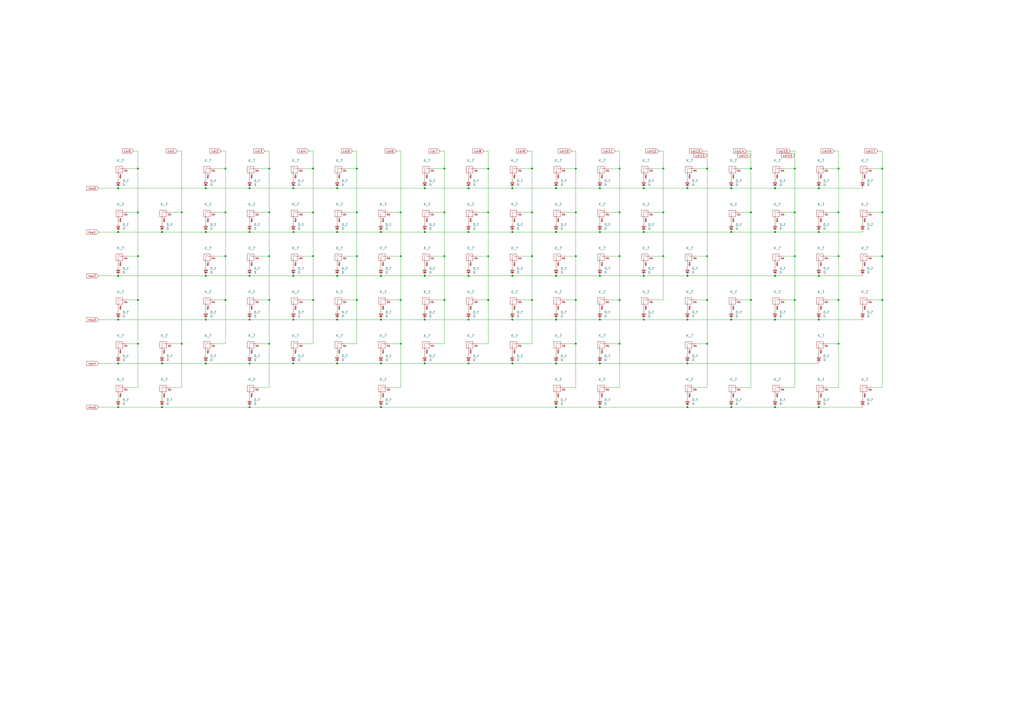
<source format=kicad_sch>
(kicad_sch (version 20211123) (generator eeschema)
  (paper "A2")
  (junction (at 424.18 109.22))
  (junction (at 511.81 173.99))
  (junction (at 119.38 134.62))
  (junction (at 181.61 123.19))
  (junction (at 156.21 123.19))
  (junction (at 80.01 173.99))
  (junction (at 271.78 160.02))
  (junction (at 347.98 109.22))
  (junction (at 119.38 210.82))
  (junction (at 195.58 134.62))
  (junction (at 474.98 134.62))
  (junction (at 68.58 210.82))
  (junction (at 297.18 160.02))
  (junction (at 398.78 210.82))
  (junction (at 144.78 160.02))
  (junction (at 257.81 123.19))
  (junction (at 373.38 185.42))
  (junction (at 195.58 160.02))
  (junction (at 246.38 134.62))
  (junction (at 347.98 185.42))
  (junction (at 435.61 123.19))
  (junction (at 511.81 148.59))
  (junction (at 119.38 109.22))
  (junction (at 130.81 97.79))
  (junction (at 511.81 123.19))
  (junction (at 486.41 199.39))
  (junction (at 156.21 199.39))
  (junction (at 461.01 97.79))
  (junction (at 449.58 185.42))
  (junction (at 449.58 109.22))
  (junction (at 80.01 97.79))
  (junction (at 119.38 185.42))
  (junction (at 105.41 123.19))
  (junction (at 246.38 109.22))
  (junction (at 156.21 173.99))
  (junction (at 220.98 185.42))
  (junction (at 68.58 185.42))
  (junction (at 474.98 109.22))
  (junction (at 220.98 236.22))
  (junction (at 347.98 160.02))
  (junction (at 246.38 185.42))
  (junction (at 271.78 210.82))
  (junction (at 195.58 109.22))
  (junction (at 68.58 236.22))
  (junction (at 449.58 160.02))
  (junction (at 93.98 236.22))
  (junction (at 170.18 185.42))
  (junction (at 474.98 185.42))
  (junction (at 130.81 148.59))
  (junction (at 246.38 160.02))
  (junction (at 384.81 148.59))
  (junction (at 181.61 148.59))
  (junction (at 220.98 134.62))
  (junction (at 347.98 236.22))
  (junction (at 424.18 185.42))
  (junction (at 486.41 148.59))
  (junction (at 322.58 210.82))
  (junction (at 144.78 210.82))
  (junction (at 283.21 173.99))
  (junction (at 373.38 109.22))
  (junction (at 435.61 97.79))
  (junction (at 486.41 173.99))
  (junction (at 424.18 134.62))
  (junction (at 170.18 210.82))
  (junction (at 347.98 134.62))
  (junction (at 398.78 160.02))
  (junction (at 359.41 148.59))
  (junction (at 68.58 134.62))
  (junction (at 144.78 236.22))
  (junction (at 486.41 123.19))
  (junction (at 461.01 123.19))
  (junction (at 283.21 97.79))
  (junction (at 80.01 123.19))
  (junction (at 144.78 185.42))
  (junction (at 334.01 97.79))
  (junction (at 68.58 109.22))
  (junction (at 170.18 109.22))
  (junction (at 207.01 123.19))
  (junction (at 308.61 148.59))
  (junction (at 297.18 185.42))
  (junction (at 156.21 97.79))
  (junction (at 156.21 148.59))
  (junction (at 486.41 97.79))
  (junction (at 410.21 199.39))
  (junction (at 220.98 210.82))
  (junction (at 334.01 123.19))
  (junction (at 246.38 210.82))
  (junction (at 410.21 97.79))
  (junction (at 322.58 185.42))
  (junction (at 232.41 148.59))
  (junction (at 181.61 97.79))
  (junction (at 334.01 148.59))
  (junction (at 373.38 134.62))
  (junction (at 398.78 109.22))
  (junction (at 474.98 236.22))
  (junction (at 93.98 210.82))
  (junction (at 195.58 185.42))
  (junction (at 334.01 199.39))
  (junction (at 130.81 123.19))
  (junction (at 144.78 134.62))
  (junction (at 359.41 97.79))
  (junction (at 347.98 210.82))
  (junction (at 232.41 123.19))
  (junction (at 308.61 173.99))
  (junction (at 322.58 134.62))
  (junction (at 474.98 160.02))
  (junction (at 435.61 173.99))
  (junction (at 257.81 97.79))
  (junction (at 271.78 109.22))
  (junction (at 130.81 173.99))
  (junction (at 257.81 173.99))
  (junction (at 297.18 210.82))
  (junction (at 398.78 236.22))
  (junction (at 68.58 160.02))
  (junction (at 105.41 199.39))
  (junction (at 93.98 134.62))
  (junction (at 449.58 236.22))
  (junction (at 461.01 173.99))
  (junction (at 398.78 185.42))
  (junction (at 384.81 123.19))
  (junction (at 322.58 236.22))
  (junction (at 322.58 160.02))
  (junction (at 271.78 185.42))
  (junction (at 144.78 109.22))
  (junction (at 373.38 160.02))
  (junction (at 424.18 236.22))
  (junction (at 334.01 173.99))
  (junction (at 232.41 173.99))
  (junction (at 220.98 160.02))
  (junction (at 232.41 199.39))
  (junction (at 322.58 109.22))
  (junction (at 80.01 148.59))
  (junction (at 207.01 148.59))
  (junction (at 511.81 97.79))
  (junction (at 207.01 173.99))
  (junction (at 410.21 173.99))
  (junction (at 283.21 123.19))
  (junction (at 207.01 97.79))
  (junction (at 359.41 199.39))
  (junction (at 257.81 148.59))
  (junction (at 308.61 97.79))
  (junction (at 119.38 160.02))
  (junction (at 449.58 134.62))
  (junction (at 297.18 134.62))
  (junction (at 297.18 109.22))
  (junction (at 308.61 123.19))
  (junction (at 461.01 148.59))
  (junction (at 170.18 134.62))
  (junction (at 195.58 210.82))
  (junction (at 410.21 148.59))
  (junction (at 80.01 199.39))
  (junction (at 170.18 160.02))
  (junction (at 181.61 173.99))
  (junction (at 359.41 173.99))
  (junction (at 359.41 123.19))
  (junction (at 271.78 134.62))
  (junction (at 283.21 148.59))
  (junction (at 384.81 97.79))
  (wire (pts (xy 334.01 224.79) (xy 334.01 199.39)))
  (wire (pts (xy 93.98 236.22) (xy 144.78 236.22)))
  (wire (pts (xy 73.66 173.99) (xy 80.01 173.99)))
  (wire (pts (xy 144.78 210.82) (xy 170.18 210.82)))
  (wire (pts (xy 175.26 123.19) (xy 181.61 123.19)))
  (wire (pts (xy 424.18 229.87) (xy 424.18 231.14)))
  (wire (pts (xy 398.78 153.67) (xy 398.78 154.94)))
  (wire (pts (xy 68.58 160.02) (xy 119.38 160.02)))
  (wire (pts (xy 257.81 87.63) (xy 257.81 97.79)))
  (wire (pts (xy 68.58 102.87) (xy 68.58 104.14)))
  (wire (pts (xy 68.58 236.22) (xy 93.98 236.22)))
  (wire (pts (xy 229.87 87.63) (xy 232.41 87.63)))
  (wire (pts (xy 353.06 224.79) (xy 359.41 224.79)))
  (wire (pts (xy 144.78 204.47) (xy 144.78 205.74)))
  (wire (pts (xy 486.41 199.39) (xy 486.41 173.99)))
  (wire (pts (xy 511.81 224.79) (xy 511.81 173.99)))
  (wire (pts (xy 200.66 173.99) (xy 207.01 173.99)))
  (wire (pts (xy 327.66 97.79) (xy 334.01 97.79)))
  (wire (pts (xy 373.38 134.62) (xy 424.18 134.62)))
  (wire (pts (xy 378.46 148.59) (xy 384.81 148.59)))
  (wire (pts (xy 297.18 134.62) (xy 322.58 134.62)))
  (wire (pts (xy 403.86 148.59) (xy 410.21 148.59)))
  (wire (pts (xy 144.78 229.87) (xy 144.78 231.14)))
  (wire (pts (xy 474.98 109.22) (xy 500.38 109.22)))
  (wire (pts (xy 207.01 199.39) (xy 207.01 173.99)))
  (wire (pts (xy 283.21 87.63) (xy 283.21 97.79)))
  (wire (pts (xy 322.58 185.42) (xy 347.98 185.42)))
  (wire (pts (xy 80.01 148.59) (xy 80.01 123.19)))
  (wire (pts (xy 102.87 87.63) (xy 105.41 87.63)))
  (wire (pts (xy 156.21 97.79) (xy 156.21 123.19)))
  (wire (pts (xy 474.98 179.07) (xy 474.98 180.34)))
  (wire (pts (xy 480.06 148.59) (xy 486.41 148.59)))
  (wire (pts (xy 200.66 97.79) (xy 207.01 97.79)))
  (wire (pts (xy 511.81 148.59) (xy 511.81 123.19)))
  (wire (pts (xy 246.38 204.47) (xy 246.38 205.74)))
  (wire (pts (xy 57.15 134.62) (xy 68.58 134.62)))
  (wire (pts (xy 124.46 97.79) (xy 130.81 97.79)))
  (wire (pts (xy 410.21 97.79) (xy 410.21 148.59)))
  (wire (pts (xy 181.61 148.59) (xy 181.61 123.19)))
  (wire (pts (xy 308.61 97.79) (xy 308.61 123.19)))
  (wire (pts (xy 170.18 179.07) (xy 170.18 180.34)))
  (wire (pts (xy 474.98 134.62) (xy 500.38 134.62)))
  (wire (pts (xy 68.58 153.67) (xy 68.58 154.94)))
  (wire (pts (xy 257.81 148.59) (xy 257.81 123.19)))
  (wire (pts (xy 232.41 148.59) (xy 232.41 123.19)))
  (wire (pts (xy 73.66 224.79) (xy 80.01 224.79)))
  (wire (pts (xy 435.61 173.99) (xy 435.61 123.19)))
  (wire (pts (xy 276.86 123.19) (xy 283.21 123.19)))
  (wire (pts (xy 353.06 148.59) (xy 359.41 148.59)))
  (wire (pts (xy 226.06 199.39) (xy 232.41 199.39)))
  (wire (pts (xy 276.86 97.79) (xy 283.21 97.79)))
  (wire (pts (xy 80.01 224.79) (xy 80.01 199.39)))
  (wire (pts (xy 93.98 229.87) (xy 93.98 231.14)))
  (wire (pts (xy 322.58 160.02) (xy 347.98 160.02)))
  (wire (pts (xy 454.66 148.59) (xy 461.01 148.59)))
  (wire (pts (xy 144.78 160.02) (xy 170.18 160.02)))
  (wire (pts (xy 144.78 128.27) (xy 144.78 129.54)))
  (wire (pts (xy 246.38 179.07) (xy 246.38 180.34)))
  (wire (pts (xy 373.38 153.67) (xy 373.38 154.94)))
  (wire (pts (xy 220.98 185.42) (xy 246.38 185.42)))
  (wire (pts (xy 449.58 185.42) (xy 474.98 185.42)))
  (wire (pts (xy 156.21 199.39) (xy 156.21 173.99)))
  (wire (pts (xy 251.46 173.99) (xy 257.81 173.99)))
  (wire (pts (xy 334.01 199.39) (xy 334.01 173.99)))
  (wire (pts (xy 403.86 97.79) (xy 410.21 97.79)))
  (wire (pts (xy 302.26 97.79) (xy 308.61 97.79)))
  (wire (pts (xy 124.46 148.59) (xy 130.81 148.59)))
  (wire (pts (xy 175.26 199.39) (xy 181.61 199.39)))
  (wire (pts (xy 424.18 109.22) (xy 449.58 109.22)))
  (wire (pts (xy 271.78 210.82) (xy 297.18 210.82)))
  (wire (pts (xy 474.98 160.02) (xy 500.38 160.02)))
  (wire (pts (xy 297.18 210.82) (xy 322.58 210.82)))
  (wire (pts (xy 474.98 185.42) (xy 500.38 185.42)))
  (wire (pts (xy 347.98 153.67) (xy 347.98 154.94)))
  (wire (pts (xy 353.06 123.19) (xy 359.41 123.19)))
  (wire (pts (xy 130.81 173.99) (xy 130.81 148.59)))
  (wire (pts (xy 327.66 199.39) (xy 334.01 199.39)))
  (wire (pts (xy 93.98 210.82) (xy 119.38 210.82)))
  (wire (pts (xy 308.61 87.63) (xy 308.61 97.79)))
  (wire (pts (xy 170.18 185.42) (xy 195.58 185.42)))
  (wire (pts (xy 373.38 185.42) (xy 398.78 185.42)))
  (wire (pts (xy 458.47 87.63) (xy 461.01 87.63)))
  (wire (pts (xy 144.78 179.07) (xy 144.78 180.34)))
  (wire (pts (xy 384.81 173.99) (xy 384.81 148.59)))
  (wire (pts (xy 505.46 224.79) (xy 511.81 224.79)))
  (wire (pts (xy 271.78 134.62) (xy 297.18 134.62)))
  (wire (pts (xy 73.66 199.39) (xy 80.01 199.39)))
  (wire (pts (xy 195.58 204.47) (xy 195.58 205.74)))
  (wire (pts (xy 57.15 109.22) (xy 68.58 109.22)))
  (wire (pts (xy 280.67 87.63) (xy 283.21 87.63)))
  (wire (pts (xy 170.18 134.62) (xy 195.58 134.62)))
  (wire (pts (xy 398.78 160.02) (xy 449.58 160.02)))
  (wire (pts (xy 68.58 185.42) (xy 119.38 185.42)))
  (wire (pts (xy 119.38 204.47) (xy 119.38 205.74)))
  (wire (pts (xy 130.81 87.63) (xy 130.81 97.79)))
  (wire (pts (xy 246.38 128.27) (xy 246.38 129.54)))
  (wire (pts (xy 327.66 224.79) (xy 334.01 224.79)))
  (wire (pts (xy 410.21 173.99) (xy 410.21 148.59)))
  (wire (pts (xy 68.58 109.22) (xy 119.38 109.22)))
  (wire (pts (xy 271.78 204.47) (xy 271.78 205.74)))
  (wire (pts (xy 297.18 153.67) (xy 297.18 154.94)))
  (wire (pts (xy 334.01 87.63) (xy 334.01 97.79)))
  (wire (pts (xy 334.01 148.59) (xy 334.01 123.19)))
  (wire (pts (xy 398.78 109.22) (xy 424.18 109.22)))
  (wire (pts (xy 474.98 229.87) (xy 474.98 231.14)))
  (wire (pts (xy 181.61 97.79) (xy 181.61 123.19)))
  (wire (pts (xy 297.18 102.87) (xy 297.18 104.14)))
  (wire (pts (xy 347.98 204.47) (xy 347.98 205.74)))
  (wire (pts (xy 461.01 148.59) (xy 461.01 123.19)))
  (wire (pts (xy 257.81 199.39) (xy 257.81 173.99)))
  (wire (pts (xy 57.15 185.42) (xy 68.58 185.42)))
  (wire (pts (xy 359.41 148.59) (xy 359.41 123.19)))
  (wire (pts (xy 232.41 224.79) (xy 232.41 199.39)))
  (wire (pts (xy 449.58 160.02) (xy 474.98 160.02)))
  (wire (pts (xy 271.78 102.87) (xy 271.78 104.14)))
  (wire (pts (xy 149.86 224.79) (xy 156.21 224.79)))
  (wire (pts (xy 322.58 153.67) (xy 322.58 154.94)))
  (wire (pts (xy 500.38 102.87) (xy 500.38 104.14)))
  (wire (pts (xy 220.98 160.02) (xy 246.38 160.02)))
  (wire (pts (xy 271.78 179.07) (xy 271.78 180.34)))
  (wire (pts (xy 449.58 102.87) (xy 449.58 104.14)))
  (wire (pts (xy 195.58 109.22) (xy 246.38 109.22)))
  (wire (pts (xy 105.41 199.39) (xy 105.41 123.19)))
  (wire (pts (xy 144.78 109.22) (xy 170.18 109.22)))
  (wire (pts (xy 353.06 173.99) (xy 359.41 173.99)))
  (wire (pts (xy 449.58 236.22) (xy 474.98 236.22)))
  (wire (pts (xy 297.18 204.47) (xy 297.18 205.74)))
  (wire (pts (xy 119.38 128.27) (xy 119.38 129.54)))
  (wire (pts (xy 181.61 173.99) (xy 181.61 148.59)))
  (wire (pts (xy 407.67 87.63) (xy 410.21 87.63)))
  (wire (pts (xy 461.01 173.99) (xy 461.01 148.59)))
  (wire (pts (xy 181.61 199.39) (xy 181.61 173.99)))
  (wire (pts (xy 251.46 123.19) (xy 257.81 123.19)))
  (wire (pts (xy 68.58 229.87) (xy 68.58 231.14)))
  (wire (pts (xy 251.46 199.39) (xy 257.81 199.39)))
  (wire (pts (xy 130.81 97.79) (xy 130.81 123.19)))
  (wire (pts (xy 257.81 173.99) (xy 257.81 148.59)))
  (wire (pts (xy 373.38 109.22) (xy 398.78 109.22)))
  (wire (pts (xy 170.18 153.67) (xy 170.18 154.94)))
  (wire (pts (xy 500.38 128.27) (xy 500.38 129.54)))
  (wire (pts (xy 149.86 123.19) (xy 156.21 123.19)))
  (wire (pts (xy 454.66 224.79) (xy 461.01 224.79)))
  (wire (pts (xy 119.38 179.07) (xy 119.38 180.34)))
  (wire (pts (xy 382.27 87.63) (xy 384.81 87.63)))
  (wire (pts (xy 373.38 102.87) (xy 373.38 104.14)))
  (wire (pts (xy 153.67 87.63) (xy 156.21 87.63)))
  (wire (pts (xy 424.18 134.62) (xy 449.58 134.62)))
  (wire (pts (xy 149.86 97.79) (xy 156.21 97.79)))
  (wire (pts (xy 322.58 204.47) (xy 322.58 205.74)))
  (wire (pts (xy 175.26 97.79) (xy 181.61 97.79)))
  (wire (pts (xy 511.81 97.79) (xy 511.81 123.19)))
  (wire (pts (xy 356.87 87.63) (xy 359.41 87.63)))
  (wire (pts (xy 220.98 153.67) (xy 220.98 154.94)))
  (wire (pts (xy 347.98 229.87) (xy 347.98 231.14)))
  (wire (pts (xy 297.18 179.07) (xy 297.18 180.34)))
  (wire (pts (xy 297.18 185.42) (xy 322.58 185.42)))
  (wire (pts (xy 144.78 102.87) (xy 144.78 104.14)))
  (wire (pts (xy 271.78 109.22) (xy 297.18 109.22)))
  (wire (pts (xy 480.06 173.99) (xy 486.41 173.99)))
  (wire (pts (xy 195.58 153.67) (xy 195.58 154.94)))
  (wire (pts (xy 232.41 87.63) (xy 232.41 123.19)))
  (wire (pts (xy 175.26 173.99) (xy 181.61 173.99)))
  (wire (pts (xy 195.58 210.82) (xy 220.98 210.82)))
  (wire (pts (xy 486.41 97.79) (xy 486.41 123.19)))
  (wire (pts (xy 331.47 87.63) (xy 334.01 87.63)))
  (wire (pts (xy 449.58 109.22) (xy 474.98 109.22)))
  (wire (pts (xy 246.38 102.87) (xy 246.38 104.14)))
  (wire (pts (xy 297.18 109.22) (xy 322.58 109.22)))
  (wire (pts (xy 449.58 179.07) (xy 449.58 180.34)))
  (wire (pts (xy 73.66 148.59) (xy 80.01 148.59)))
  (wire (pts (xy 347.98 109.22) (xy 373.38 109.22)))
  (wire (pts (xy 220.98 128.27) (xy 220.98 129.54)))
  (wire (pts (xy 144.78 236.22) (xy 220.98 236.22)))
  (wire (pts (xy 322.58 210.82) (xy 347.98 210.82)))
  (wire (pts (xy 271.78 185.42) (xy 297.18 185.42)))
  (wire (pts (xy 195.58 160.02) (xy 220.98 160.02)))
  (wire (pts (xy 93.98 204.47) (xy 93.98 205.74)))
  (wire (pts (xy 283.21 199.39) (xy 283.21 173.99)))
  (wire (pts (xy 353.06 97.79) (xy 359.41 97.79)))
  (wire (pts (xy 384.81 97.79) (xy 384.81 123.19)))
  (wire (pts (xy 308.61 148.59) (xy 308.61 123.19)))
  (wire (pts (xy 226.06 123.19) (xy 232.41 123.19)))
  (wire (pts (xy 302.26 199.39) (xy 308.61 199.39)))
  (wire (pts (xy 424.18 236.22) (xy 449.58 236.22)))
  (wire (pts (xy 226.06 224.79) (xy 232.41 224.79)))
  (wire (pts (xy 500.38 229.87) (xy 500.38 231.14)))
  (wire (pts (xy 156.21 87.63) (xy 156.21 97.79)))
  (wire (pts (xy 105.41 224.79) (xy 105.41 199.39)))
  (wire (pts (xy 334.01 173.99) (xy 334.01 148.59)))
  (wire (pts (xy 283.21 148.59) (xy 283.21 123.19)))
  (wire (pts (xy 156.21 224.79) (xy 156.21 199.39)))
  (wire (pts (xy 195.58 179.07) (xy 195.58 180.34)))
  (wire (pts (xy 505.46 173.99) (xy 511.81 173.99)))
  (wire (pts (xy 334.01 97.79) (xy 334.01 123.19)))
  (wire (pts (xy 449.58 153.67) (xy 449.58 154.94)))
  (wire (pts (xy 175.26 148.59) (xy 181.61 148.59)))
  (wire (pts (xy 486.41 173.99) (xy 486.41 148.59)))
  (wire (pts (xy 195.58 185.42) (xy 220.98 185.42)))
  (wire (pts (xy 68.58 179.07) (xy 68.58 180.34)))
  (wire (pts (xy 306.07 87.63) (xy 308.61 87.63)))
  (wire (pts (xy 73.66 123.19) (xy 80.01 123.19)))
  (wire (pts (xy 327.66 148.59) (xy 334.01 148.59)))
  (wire (pts (xy 207.01 148.59) (xy 207.01 123.19)))
  (wire (pts (xy 373.38 160.02) (xy 398.78 160.02)))
  (wire (pts (xy 257.81 97.79) (xy 257.81 123.19)))
  (wire (pts (xy 486.41 148.59) (xy 486.41 123.19)))
  (wire (pts (xy 347.98 128.27) (xy 347.98 129.54)))
  (wire (pts (xy 246.38 210.82) (xy 271.78 210.82)))
  (wire (pts (xy 486.41 87.63) (xy 486.41 97.79)))
  (wire (pts (xy 359.41 173.99) (xy 359.41 148.59)))
  (wire (pts (xy 128.27 87.63) (xy 130.81 87.63)))
  (wire (pts (xy 359.41 224.79) (xy 359.41 199.39)))
  (wire (pts (xy 144.78 134.62) (xy 170.18 134.62)))
  (wire (pts (xy 322.58 109.22) (xy 347.98 109.22)))
  (wire (pts (xy 308.61 199.39) (xy 308.61 173.99)))
  (wire (pts (xy 474.98 204.47) (xy 474.98 205.74)))
  (wire (pts (xy 302.26 123.19) (xy 308.61 123.19)))
  (wire (pts (xy 505.46 123.19) (xy 511.81 123.19)))
  (wire (pts (xy 454.66 173.99) (xy 461.01 173.99)))
  (wire (pts (xy 68.58 204.47) (xy 68.58 205.74)))
  (wire (pts (xy 119.38 160.02) (xy 144.78 160.02)))
  (wire (pts (xy 474.98 236.22) (xy 500.38 236.22)))
  (wire (pts (xy 271.78 160.02) (xy 297.18 160.02)))
  (wire (pts (xy 461.01 87.63) (xy 461.01 97.79)))
  (wire (pts (xy 378.46 97.79) (xy 384.81 97.79)))
  (wire (pts (xy 149.86 173.99) (xy 156.21 173.99)))
  (wire (pts (xy 424.18 185.42) (xy 449.58 185.42)))
  (wire (pts (xy 271.78 128.27) (xy 271.78 129.54)))
  (wire (pts (xy 200.66 199.39) (xy 207.01 199.39)))
  (wire (pts (xy 322.58 128.27) (xy 322.58 129.54)))
  (wire (pts (xy 80.01 97.79) (xy 80.01 123.19)))
  (wire (pts (xy 57.15 210.82) (xy 68.58 210.82)))
  (wire (pts (xy 246.38 185.42) (xy 271.78 185.42)))
  (wire (pts (xy 99.06 123.19) (xy 105.41 123.19)))
  (wire (pts (xy 322.58 134.62) (xy 347.98 134.62)))
  (wire (pts (xy 220.98 229.87) (xy 220.98 231.14)))
  (wire (pts (xy 119.38 109.22) (xy 144.78 109.22)))
  (wire (pts (xy 73.66 97.79) (xy 80.01 97.79)))
  (wire (pts (xy 511.81 87.63) (xy 511.81 97.79)))
  (wire (pts (xy 480.06 199.39) (xy 486.41 199.39)))
  (wire (pts (xy 347.98 160.02) (xy 373.38 160.02)))
  (wire (pts (xy 384.81 87.63) (xy 384.81 97.79)))
  (wire (pts (xy 398.78 102.87) (xy 398.78 104.14)))
  (wire (pts (xy 327.66 123.19) (xy 334.01 123.19)))
  (wire (pts (xy 359.41 199.39) (xy 359.41 173.99)))
  (wire (pts (xy 403.86 224.79) (xy 410.21 224.79)))
  (wire (pts (xy 435.61 97.79) (xy 435.61 123.19)))
  (wire (pts (xy 410.21 224.79) (xy 410.21 199.39)))
  (wire (pts (xy 302.26 148.59) (xy 308.61 148.59)))
  (wire (pts (xy 124.46 123.19) (xy 130.81 123.19)))
  (wire (pts (xy 322.58 102.87) (xy 322.58 104.14)))
  (wire (pts (xy 119.38 185.42) (xy 144.78 185.42)))
  (wire (pts (xy 433.07 87.63) (xy 435.61 87.63)))
  (wire (pts (xy 359.41 87.63) (xy 359.41 97.79)))
  (wire (pts (xy 403.86 199.39) (xy 410.21 199.39)))
  (wire (pts (xy 105.41 87.63) (xy 105.41 123.19)))
  (wire (pts (xy 347.98 102.87) (xy 347.98 104.14)))
  (wire (pts (xy 232.41 199.39) (xy 232.41 173.99)))
  (wire (pts (xy 297.18 128.27) (xy 297.18 129.54)))
  (wire (pts (xy 424.18 179.07) (xy 424.18 180.34)))
  (wire (pts (xy 449.58 128.27) (xy 449.58 129.54)))
  (wire (pts (xy 302.26 173.99) (xy 308.61 173.99)))
  (wire (pts (xy 429.26 97.79) (xy 435.61 97.79)))
  (wire (pts (xy 398.78 185.42) (xy 424.18 185.42)))
  (wire (pts (xy 246.38 153.67) (xy 246.38 154.94)))
  (wire (pts (xy 500.38 179.07) (xy 500.38 180.34)))
  (wire (pts (xy 246.38 134.62) (xy 271.78 134.62)))
  (wire (pts (xy 57.15 160.02) (xy 68.58 160.02)))
  (wire (pts (xy 170.18 109.22) (xy 195.58 109.22)))
  (wire (pts (xy 461.01 224.79) (xy 461.01 173.99)))
  (wire (pts (xy 156.21 148.59) (xy 156.21 123.19)))
  (wire (pts (xy 454.66 123.19) (xy 461.01 123.19)))
  (wire (pts (xy 480.06 97.79) (xy 486.41 97.79)))
  (wire (pts (xy 511.81 173.99) (xy 511.81 148.59)))
  (wire (pts (xy 68.58 128.27) (xy 68.58 129.54)))
  (wire (pts (xy 99.06 224.79) (xy 105.41 224.79)))
  (wire (pts (xy 398.78 236.22) (xy 424.18 236.22)))
  (wire (pts (xy 170.18 210.82) (xy 195.58 210.82)))
  (wire (pts (xy 500.38 153.67) (xy 500.38 154.94)))
  (wire (pts (xy 271.78 153.67) (xy 271.78 154.94)))
  (wire (pts (xy 144.78 185.42) (xy 170.18 185.42)))
  (wire (pts (xy 480.06 123.19) (xy 486.41 123.19)))
  (wire (pts (xy 474.98 102.87) (xy 474.98 104.14)))
  (wire (pts (xy 220.98 134.62) (xy 246.38 134.62)))
  (wire (pts (xy 170.18 204.47) (xy 170.18 205.74)))
  (wire (pts (xy 93.98 134.62) (xy 119.38 134.62)))
  (wire (pts (xy 207.01 87.63) (xy 207.01 97.79)))
  (wire (pts (xy 322.58 236.22) (xy 347.98 236.22)))
  (wire (pts (xy 410.21 199.39) (xy 410.21 173.99)))
  (wire (pts (xy 220.98 179.07) (xy 220.98 180.34)))
  (wire (pts (xy 170.18 160.02) (xy 195.58 160.02)))
  (wire (pts (xy 57.15 236.22) (xy 68.58 236.22)))
  (wire (pts (xy 130.81 148.59) (xy 130.81 123.19)))
  (wire (pts (xy 119.38 153.67) (xy 119.38 154.94)))
  (wire (pts (xy 195.58 102.87) (xy 195.58 104.14)))
  (wire (pts (xy 480.06 224.79) (xy 486.41 224.79)))
  (wire (pts (xy 435.61 87.63) (xy 435.61 97.79)))
  (wire (pts (xy 77.47 87.63) (xy 80.01 87.63)))
  (wire (pts (xy 68.58 210.82) (xy 93.98 210.82)))
  (wire (pts (xy 251.46 148.59) (xy 257.81 148.59)))
  (wire (pts (xy 347.98 236.22) (xy 398.78 236.22)))
  (wire (pts (xy 179.07 87.63) (xy 181.61 87.63)))
  (wire (pts (xy 124.46 173.99) (xy 130.81 173.99)))
  (wire (pts (xy 283.21 173.99) (xy 283.21 148.59)))
  (wire (pts (xy 283.21 97.79) (xy 283.21 123.19)))
  (wire (pts (xy 322.58 179.07) (xy 322.58 180.34)))
  (wire (pts (xy 398.78 179.07) (xy 398.78 180.34)))
  (wire (pts (xy 276.86 199.39) (xy 283.21 199.39)))
  (wire (pts (xy 424.18 102.87) (xy 424.18 104.14)))
  (wire (pts (xy 322.58 229.87) (xy 322.58 231.14)))
  (wire (pts (xy 378.46 123.19) (xy 384.81 123.19)))
  (wire (pts (xy 297.18 160.02) (xy 322.58 160.02)))
  (wire (pts (xy 398.78 229.87) (xy 398.78 231.14)))
  (wire (pts (xy 226.06 173.99) (xy 232.41 173.99)))
  (wire (pts (xy 454.66 97.79) (xy 461.01 97.79)))
  (wire (pts (xy 195.58 128.27) (xy 195.58 129.54)))
  (wire (pts (xy 347.98 210.82) (xy 398.78 210.82)))
  (wire (pts (xy 246.38 160.02) (xy 271.78 160.02)))
  (wire (pts (xy 276.86 148.59) (xy 283.21 148.59)))
  (wire (pts (xy 474.98 128.27) (xy 474.98 129.54)))
  (wire (pts (xy 509.27 87.63) (xy 511.81 87.63)))
  (wire (pts (xy 255.27 87.63) (xy 257.81 87.63)))
  (wire (pts (xy 398.78 210.82) (xy 474.98 210.82)))
  (wire (pts (xy 204.47 87.63) (xy 207.01 87.63)))
  (wire (pts (xy 220.98 236.22) (xy 322.58 236.22)))
  (wire (pts (xy 251.46 97.79) (xy 257.81 97.79)))
  (wire (pts (xy 226.06 148.59) (xy 232.41 148.59)))
  (wire (pts (xy 80.01 173.99) (xy 80.01 148.59)))
  (wire (pts (xy 170.18 102.87) (xy 170.18 104.14)))
  (wire (pts (xy 149.86 148.59) (xy 156.21 148.59)))
  (wire (pts (xy 373.38 128.27) (xy 373.38 129.54)))
  (wire (pts (xy 505.46 97.79) (xy 511.81 97.79)))
  (wire (pts (xy 119.38 102.87) (xy 119.38 104.14)))
  (wire (pts (xy 149.86 199.39) (xy 156.21 199.39)))
  (wire (pts (xy 449.58 229.87) (xy 449.58 231.14)))
  (wire (pts (xy 429.26 224.79) (xy 435.61 224.79)))
  (wire (pts (xy 347.98 185.42) (xy 373.38 185.42)))
  (wire (pts (xy 429.26 173.99) (xy 435.61 173.99)))
  (wire (pts (xy 347.98 134.62) (xy 373.38 134.62)))
  (wire (pts (xy 181.61 87.63) (xy 181.61 97.79)))
  (wire (pts (xy 246.38 109.22) (xy 271.78 109.22)))
  (wire (pts (xy 195.58 134.62) (xy 220.98 134.62)))
  (wire (pts (xy 276.86 173.99) (xy 283.21 173.99)))
  (wire (pts (xy 384.81 148.59) (xy 384.81 123.19)))
  (wire (pts (xy 373.38 179.07) (xy 373.38 180.34)))
  (wire (pts (xy 119.38 210.82) (xy 144.78 210.82)))
  (wire (pts (xy 378.46 173.99) (xy 384.81 173.99)))
  (wire (pts (xy 505.46 148.59) (xy 511.81 148.59)))
  (wire (pts (xy 327.66 173.99) (xy 334.01 173.99)))
  (wire (pts (xy 424.18 128.27) (xy 424.18 129.54)))
  (wire (pts (xy 170.18 128.27) (xy 170.18 129.54)))
  (wire (pts (xy 474.98 153.67) (xy 474.98 154.94)))
  (wire (pts (xy 156.21 173.99) (xy 156.21 148.59)))
  (wire (pts (xy 119.38 134.62) (xy 144.78 134.62)))
  (wire (pts (xy 200.66 123.19) (xy 207.01 123.19)))
  (wire (pts (xy 449.58 134.62) (xy 474.98 134.62)))
  (wire (pts (xy 435.61 224.79) (xy 435.61 173.99)))
  (wire (pts (xy 207.01 97.79) (xy 207.01 123.19)))
  (wire (pts (xy 308.61 173.99) (xy 308.61 148.59)))
  (wire (pts (xy 403.86 173.99) (xy 410.21 173.99)))
  (wire (pts (xy 410.21 87.63) (xy 410.21 97.79)))
  (wire (pts (xy 124.46 199.39) (xy 130.81 199.39)))
  (wire (pts (xy 359.41 97.79) (xy 359.41 123.19)))
  (wire (pts (xy 220.98 210.82) (xy 246.38 210.82)))
  (wire (pts (xy 130.81 199.39) (xy 130.81 173.99)))
  (wire (pts (xy 486.41 224.79) (xy 486.41 199.39)))
  (wire (pts (xy 347.98 179.07) (xy 347.98 180.34)))
  (wire (pts (xy 93.98 128.27) (xy 93.98 129.54)))
  (wire (pts (xy 144.78 153.67) (xy 144.78 154.94)))
  (wire (pts (xy 398.78 204.47) (xy 398.78 205.74)))
  (wire (pts (xy 353.06 199.39) (xy 359.41 199.39)))
  (wire (pts (xy 232.41 173.99) (xy 232.41 148.59)))
  (wire (pts (xy 429.26 123.19) (xy 435.61 123.19)))
  (wire (pts (xy 207.01 173.99) (xy 207.01 148.59)))
  (wire (pts (xy 220.98 204.47) (xy 220.98 205.74)))
  (wire (pts (xy 483.87 87.63) (xy 486.41 87.63)))
  (wire (pts (xy 80.01 87.63) (xy 80.01 97.79)))
  (wire (pts (xy 461.01 97.79) (xy 461.01 123.19)))
  (wire (pts (xy 68.58 134.62) (xy 93.98 134.62)))
  (wire (pts (xy 80.01 199.39) (xy 80.01 173.99)))
  (wire (pts (xy 99.06 199.39) (xy 105.41 199.39)))
  (wire (pts (xy 200.66 148.59) (xy 207.01 148.59)))
  (global_label "col15" (shape input) (at 458.47 87.63 180) (property "Intersheet References" "${INTERSHEET_REFS}" (effects hide)))
  (global_label "row2" (shape input) (at 57.15 160.02 180) (property "Intersheet References" "${INTERSHEET_REFS}" (effects hide)))
  (global_label "col13" (shape input) (at 410.21 90.17 180) (property "Intersheet References" "${INTERSHEET_REFS}" (effects hide)))
  (global_label "col8" (shape input) (at 280.67 87.63 180) (property "Intersheet References" "${INTERSHEET_REFS}" (effects hide)))
  (global_label "col14" (shape input) (at 435.61 90.17 180) (property "Intersheet References" "${INTERSHEET_REFS}" (effects hide)))
  (global_label "col3" (shape input) (at 153.67 87.63 180) (property "Intersheet References" "${INTERSHEET_REFS}" (effects hide)))
  (global_label "col15" (shape input) (at 461.01 90.17 180) (property "Intersheet References" "${INTERSHEET_REFS}" (effects hide)))
  (global_label "row0" (shape input) (at 57.15 109.22 180) (property "Intersheet References" "${INTERSHEET_REFS}" (effects hide)))
  (global_label "col5" (shape input) (at 204.47 87.63 180) (property "Intersheet References" "${INTERSHEET_REFS}" (effects hide)))
  (global_label "col14" (shape input) (at 433.07 87.63 180) (property "Intersheet References" "${INTERSHEET_REFS}" (effects hide)))
  (global_label "row5" (shape input) (at 57.15 236.22 180) (property "Intersheet References" "${INTERSHEET_REFS}" (effects hide)))
  (global_label "row3" (shape input) (at 57.15 185.42 180) (property "Intersheet References" "${INTERSHEET_REFS}" (effects hide)))
  (global_label "col16" (shape input) (at 483.87 87.63 180) (property "Intersheet References" "${INTERSHEET_REFS}" (effects hide)))
  (global_label "col1" (shape input) (at 102.87 87.63 180) (property "Intersheet References" "${INTERSHEET_REFS}" (effects hide)))
  (global_label "col17" (shape input) (at 509.27 87.63 180) (property "Intersheet References" "${INTERSHEET_REFS}" (effects hide)))
  (global_label "col0" (shape input) (at 77.47 87.63 180) (property "Intersheet References" "${INTERSHEET_REFS}" (effects hide)))
  (global_label "col9" (shape input) (at 306.07 87.63 180) (property "Intersheet References" "${INTERSHEET_REFS}" (effects hide)))
  (global_label "row4" (shape input) (at 57.15 210.82 180) (property "Intersheet References" "${INTERSHEET_REFS}" (effects hide)))
  (global_label "col11" (shape input) (at 356.87 87.63 180) (property "Intersheet References" "${INTERSHEET_REFS}" (effects hide)))
  (global_label "col10" (shape input) (at 331.47 87.63 180) (property "Intersheet References" "${INTERSHEET_REFS}" (effects hide)))
  (global_label "col7" (shape input) (at 255.27 87.63 180) (property "Intersheet References" "${INTERSHEET_REFS}" (effects hide)))
  (global_label "col4" (shape input) (at 179.07 87.63 180) (property "Intersheet References" "${INTERSHEET_REFS}" (effects hide)))
  (global_label "col6" (shape input) (at 229.87 87.63 180) (property "Intersheet References" "${INTERSHEET_REFS}" (effects hide)))
  (global_label "col12" (shape input) (at 382.27 87.63 180) (property "Intersheet References" "${INTERSHEET_REFS}" (effects hide)))
  (global_label "col2" (shape input) (at 128.27 87.63 180) (property "Intersheet References" "${INTERSHEET_REFS}" (effects hide)))
  (global_label "col13" (shape input) (at 407.67 87.63 180) (property "Intersheet References" "${INTERSHEET_REFS}" (effects hide)))
  (global_label "row1" (shape input) (at 57.15 134.62 180) (property "Intersheet References" "${INTERSHEET_REFS}" (effects hide)))
  (symbol (lib_id "Device:D_Small") (at 398.78 233.68 90) (unit 1)
    (property "Reference" "D_?" (at 401.32 231.902 90) (effects (justify right)))
    (property "Value" "D" (at 401.32 234.188 90) (effects (justify right)))
    (property "Footprint" "Diode_SMD:D_SOD-123" (effects hide))
  )
  (symbol (lib_id "Device:D_Small") (at 449.58 157.48 90) (unit 1)
    (property "Reference" "D_?" (at 452.12 155.702 90) (effects (justify right)))
    (property "Value" "D" (at 452.12 157.988 90) (effects (justify right)))
    (property "Footprint" "Diode_SMD:D_SOD-123" (effects hide))
  )
  (symbol (lib_id "Device:D_Small") (at 170.18 132.08 90) (unit 1)
    (property "Reference" "D_?" (at 172.72 130.302 90) (effects (justify right)))
    (property "Value" "D" (at 172.72 132.588 90) (effects (justify right)))
    (property "Footprint" "Diode_SMD:D_SOD-123" (effects hide))
  )
  (symbol (lib_id "Device:D_Small") (at 449.58 106.68 90) (unit 1)
    (property "Reference" "D_?" (at 452.12 104.902 90) (effects (justify right)))
    (property "Value" "D" (at 452.12 107.188 90) (effects (justify right)))
    (property "Footprint" "Diode_SMD:D_SOD-123" (effects hide))
  )
  (symbol (lib_id "MX_Alps_Hybrid:MX-NoLED") (at 400.05 99.06 0) (unit 1)
    (property "Reference" "K_?" (at 400.05 93.1418 0) (effects (font (size 1.524 1.524))))
    (property "Value" "KEYSW" (effects hide))
    (property "Footprint" "MX_Alps_Hybrid:MX-1U-NoLED" (effects hide))
  )
  (symbol (lib_id "MX_Alps_Hybrid:MX-NoLED") (at 222.25 200.66 0) (unit 1)
    (property "Reference" "K_?" (at 222.25 194.7418 0) (effects (font (size 1.524 1.524))))
    (property "Value" "KEYSW" (effects hide))
    (property "Footprint" "MX_Alps_Hybrid:MX-1U-NoLED" (effects hide))
  )
  (symbol (lib_id "Device:D_Small") (at 144.78 132.08 90) (unit 1)
    (property "Reference" "D_?" (at 147.32 130.302 90) (effects (justify right)))
    (property "Value" "D" (at 147.32 132.588 90) (effects (justify right)))
    (property "Footprint" "Diode_SMD:D_SOD-123" (effects hide))
  )
  (symbol (lib_id "Device:D_Small") (at 424.18 182.88 90) (unit 1)
    (property "Reference" "D_?" (at 426.72 181.102 90) (effects (justify right)))
    (property "Value" "D" (at 426.72 183.388 90) (effects (justify right)))
    (property "Footprint" "Diode_SMD:D_SOD-123" (effects hide))
  )
  (symbol (lib_id "Device:D_Small") (at 195.58 106.68 90) (unit 1)
    (property "Reference" "D_?" (at 198.12 104.902 90) (effects (justify right)))
    (property "Value" "D" (at 198.12 107.188 90) (effects (justify right)))
    (property "Footprint" "Diode_SMD:D_SOD-123" (effects hide))
  )
  (symbol (lib_id "MX_Alps_Hybrid:MX-NoLED") (at 146.05 226.06 0) (unit 1)
    (property "Reference" "K_?" (at 146.05 220.1418 0) (effects (font (size 1.524 1.524))))
    (property "Value" "KEYSW" (effects hide))
    (property "Footprint" "MX_Alps_Hybrid:MX-1.25U-NoLED" (effects hide))
  )
  (symbol (lib_id "MX_Alps_Hybrid:MX-NoLED") (at 196.85 149.86 0) (unit 1)
    (property "Reference" "K_?" (at 196.85 143.9418 0) (effects (font (size 1.524 1.524))))
    (property "Value" "KEYSW" (effects hide))
    (property "Footprint" "MX_Alps_Hybrid:MX-1U-NoLED" (effects hide))
  )
  (symbol (lib_id "MX_Alps_Hybrid:MX-NoLED") (at 298.45 175.26 0) (unit 1)
    (property "Reference" "K_?" (at 298.45 169.3418 0) (effects (font (size 1.524 1.524))))
    (property "Value" "KEYSW" (effects hide))
    (property "Footprint" "MX_Alps_Hybrid:MX-1U-NoLED" (effects hide))
  )
  (symbol (lib_id "Device:D_Small") (at 347.98 233.68 90) (unit 1)
    (property "Reference" "D_?" (at 350.52 231.902 90) (effects (justify right)))
    (property "Value" "D" (at 350.52 234.188 90) (effects (justify right)))
    (property "Footprint" "Diode_SMD:D_SOD-123" (effects hide))
  )
  (symbol (lib_id "Device:D_Small") (at 144.78 157.48 90) (unit 1)
    (property "Reference" "D_?" (at 147.32 155.702 90) (effects (justify right)))
    (property "Value" "D" (at 147.32 157.988 90) (effects (justify right)))
    (property "Footprint" "Diode_SMD:D_SOD-123" (effects hide))
  )
  (symbol (lib_id "MX_Alps_Hybrid:MX-NoLED") (at 501.65 99.06 0) (unit 1)
    (property "Reference" "K_?" (at 501.65 93.1418 0) (effects (font (size 1.524 1.524))))
    (property "Value" "KEYSW" (effects hide))
    (property "Footprint" "MX_Alps_Hybrid:MX-1U-NoLED" (effects hide))
  )
  (symbol (lib_id "MX_Alps_Hybrid:MX-NoLED") (at 171.45 124.46 0) (unit 1)
    (property "Reference" "K_?" (at 171.45 118.5418 0) (effects (font (size 1.524 1.524))))
    (property "Value" "KEYSW" (effects hide))
    (property "Footprint" "MX_Alps_Hybrid:MX-1U-NoLED" (effects hide))
  )
  (symbol (lib_id "Device:D_Small") (at 322.58 132.08 90) (unit 1)
    (property "Reference" "D_?" (at 325.12 130.302 90) (effects (justify right)))
    (property "Value" "D" (at 325.12 132.588 90) (effects (justify right)))
    (property "Footprint" "Diode_SMD:D_SOD-123" (effects hide))
  )
  (symbol (lib_id "MX_Alps_Hybrid:MX-NoLED") (at 273.05 124.46 0) (unit 1)
    (property "Reference" "K_?" (at 273.05 118.5418 0) (effects (font (size 1.524 1.524))))
    (property "Value" "KEYSW" (effects hide))
    (property "Footprint" "MX_Alps_Hybrid:MX-1U-NoLED" (effects hide))
  )
  (symbol (lib_id "Device:D_Small") (at 297.18 182.88 90) (unit 1)
    (property "Reference" "D_?" (at 299.72 181.102 90) (effects (justify right)))
    (property "Value" "D" (at 299.72 183.388 90) (effects (justify right)))
    (property "Footprint" "Diode_SMD:D_SOD-123" (effects hide))
  )
  (symbol (lib_id "MX_Alps_Hybrid:MX-NoLED") (at 400.05 226.06 0) (unit 1)
    (property "Reference" "K_?" (at 400.05 220.1418 0) (effects (font (size 1.524 1.524))))
    (property "Value" "KEYSW" (effects hide))
    (property "Footprint" "MX_Alps_Hybrid:MX-1.25U-NoLED" (effects hide))
  )
  (symbol (lib_id "Device:D_Small") (at 297.18 157.48 90) (unit 1)
    (property "Reference" "D_?" (at 299.72 155.702 90) (effects (justify right)))
    (property "Value" "D" (at 299.72 157.988 90) (effects (justify right)))
    (property "Footprint" "Diode_SMD:D_SOD-123" (effects hide))
  )
  (symbol (lib_id "MX_Alps_Hybrid:MX-NoLED") (at 501.65 124.46 0) (unit 1)
    (property "Reference" "K_?" (at 501.65 118.5418 0) (effects (font (size 1.524 1.524))))
    (property "Value" "KEYSW" (effects hide))
    (property "Footprint" "MX_Alps_Hybrid:MX-1U-NoLED" (effects hide))
  )
  (symbol (lib_id "Device:D_Small") (at 144.78 233.68 90) (unit 1)
    (property "Reference" "D_?" (at 147.32 231.902 90) (effects (justify right)))
    (property "Value" "D" (at 147.32 234.188 90) (effects (justify right)))
    (property "Footprint" "Diode_SMD:D_SOD-123" (effects hide))
  )
  (symbol (lib_id "MX_Alps_Hybrid:MX-NoLED") (at 95.25 226.06 0) (unit 1)
    (property "Reference" "K_?" (at 95.25 220.1418 0) (effects (font (size 1.524 1.524))))
    (property "Value" "KEYSW" (effects hide))
    (property "Footprint" "MX_Alps_Hybrid:MX-1.25U-NoLED" (effects hide))
  )
  (symbol (lib_id "MX_Alps_Hybrid:MX-NoLED") (at 69.85 149.86 0) (unit 1)
    (property "Reference" "K_?" (at 69.85 143.9418 0) (effects (font (size 1.524 1.524))))
    (property "Value" "KEYSW" (effects hide))
    (property "Footprint" "MX_Alps_Hybrid:MX-1.5U-NoLED" (effects hide))
  )
  (symbol (lib_id "Device:D_Small") (at 93.98 233.68 90) (unit 1)
    (property "Reference" "D_?" (at 96.52 231.902 90) (effects (justify right)))
    (property "Value" "D" (at 96.52 234.188 90) (effects (justify right)))
    (property "Footprint" "Diode_SMD:D_SOD-123" (effects hide))
  )
  (symbol (lib_id "MX_Alps_Hybrid:MX-NoLED") (at 196.85 124.46 0) (unit 1)
    (property "Reference" "K_?" (at 196.85 118.5418 0) (effects (font (size 1.524 1.524))))
    (property "Value" "KEYSW" (effects hide))
    (property "Footprint" "MX_Alps_Hybrid:MX-1U-NoLED" (effects hide))
  )
  (symbol (lib_id "MX_Alps_Hybrid:MX-NoLED") (at 425.45 226.06 0) (unit 1)
    (property "Reference" "K_?" (at 425.45 220.1418 0) (effects (font (size 1.524 1.524))))
    (property "Value" "KEYSW" (effects hide))
    (property "Footprint" "MX_Alps_Hybrid:MX-1.25U-NoLED" (effects hide))
  )
  (symbol (lib_id "Device:D_Small") (at 93.98 132.08 90) (unit 1)
    (property "Reference" "D_?" (at 96.52 130.302 90) (effects (justify right)))
    (property "Value" "D" (at 96.52 132.588 90) (effects (justify right)))
    (property "Footprint" "Diode_SMD:D_SOD-123" (effects hide))
  )
  (symbol (lib_id "MX_Alps_Hybrid:MX-NoLED") (at 476.25 226.06 0) (unit 1)
    (property "Reference" "K_?" (at 476.25 220.1418 0) (effects (font (size 1.524 1.524))))
    (property "Value" "KEYSW" (effects hide))
    (property "Footprint" "MX_Alps_Hybrid:MX-1U-NoLED" (effects hide))
  )
  (symbol (lib_id "Device:D_Small") (at 93.98 208.28 90) (unit 1)
    (property "Reference" "D_?" (at 96.52 206.502 90) (effects (justify right)))
    (property "Value" "D" (at 96.52 208.788 90) (effects (justify right)))
    (property "Footprint" "Diode_SMD:D_SOD-123" (effects hide))
  )
  (symbol (lib_id "Device:D_Small") (at 271.78 106.68 90) (unit 1)
    (property "Reference" "D_?" (at 274.32 104.902 90) (effects (justify right)))
    (property "Value" "D" (at 274.32 107.188 90) (effects (justify right)))
    (property "Footprint" "Diode_SMD:D_SOD-123" (effects hide))
  )
  (symbol (lib_id "MX_Alps_Hybrid:MX-NoLED") (at 450.85 226.06 0) (unit 1)
    (property "Reference" "K_?" (at 450.85 220.1418 0) (effects (font (size 1.524 1.524))))
    (property "Value" "KEYSW" (effects hide))
    (property "Footprint" "MX_Alps_Hybrid:MX-1U-NoLED" (effects hide))
  )
  (symbol (lib_id "MX_Alps_Hybrid:MX-NoLED") (at 146.05 149.86 0) (unit 1)
    (property "Reference" "K_?" (at 146.05 143.9418 0) (effects (font (size 1.524 1.524))))
    (property "Value" "KEYSW" (effects hide))
    (property "Footprint" "MX_Alps_Hybrid:MX-1U-NoLED" (effects hide))
  )
  (symbol (lib_id "Device:D_Small") (at 195.58 208.28 90) (unit 1)
    (property "Reference" "D_?" (at 198.12 206.502 90) (effects (justify right)))
    (property "Value" "D" (at 198.12 208.788 90) (effects (justify right)))
    (property "Footprint" "Diode_SMD:D_SOD-123" (effects hide))
  )
  (symbol (lib_id "Device:D_Small") (at 297.18 132.08 90) (unit 1)
    (property "Reference" "D_?" (at 299.72 130.302 90) (effects (justify right)))
    (property "Value" "D" (at 299.72 132.588 90) (effects (justify right)))
    (property "Footprint" "Diode_SMD:D_SOD-123" (effects hide))
  )
  (symbol (lib_id "MX_Alps_Hybrid:MX-NoLED") (at 196.85 99.06 0) (unit 1)
    (property "Reference" "K_?" (at 196.85 93.1418 0) (effects (font (size 1.524 1.524))))
    (property "Value" "KEYSW" (effects hide))
    (property "Footprint" "MX_Alps_Hybrid:MX-1U-NoLED" (effects hide))
  )
  (symbol (lib_id "Device:D_Small") (at 271.78 157.48 90) (unit 1)
    (property "Reference" "D_?" (at 274.32 155.702 90) (effects (justify right)))
    (property "Value" "D" (at 274.32 157.988 90) (effects (justify right)))
    (property "Footprint" "Diode_SMD:D_SOD-123" (effects hide))
  )
  (symbol (lib_id "MX_Alps_Hybrid:MX-NoLED") (at 120.65 149.86 0) (unit 1)
    (property "Reference" "K_?" (at 120.65 143.9418 0) (effects (font (size 1.524 1.524))))
    (property "Value" "KEYSW" (effects hide))
    (property "Footprint" "MX_Alps_Hybrid:MX-1U-NoLED" (effects hide))
  )
  (symbol (lib_id "MX_Alps_Hybrid:MX-NoLED") (at 69.85 200.66 0) (unit 1)
    (property "Reference" "K_?" (at 69.85 194.7418 0) (effects (font (size 1.524 1.524))))
    (property "Value" "KEYSW" (effects hide))
    (property "Footprint" "MX_Alps_Hybrid:MX-1.25U-NoLED" (effects hide))
  )
  (symbol (lib_id "MX_Alps_Hybrid:MX-NoLED") (at 501.65 175.26 0) (unit 1)
    (property "Reference" "K_?" (at 501.65 169.3418 0) (effects (font (size 1.524 1.524))))
    (property "Value" "KEYSW" (effects hide))
    (property "Footprint" "MX_Alps_Hybrid:MX-1U-NoLED" (effects hide))
  )
  (symbol (lib_id "MX_Alps_Hybrid:MX-NoLED") (at 146.05 124.46 0) (unit 1)
    (property "Reference" "K_?" (at 146.05 118.5418 0) (effects (font (size 1.524 1.524))))
    (property "Value" "KEYSW" (effects hide))
    (property "Footprint" "MX_Alps_Hybrid:MX-1U-NoLED" (effects hide))
  )
  (symbol (lib_id "MX_Alps_Hybrid:MX-NoLED") (at 323.85 124.46 0) (unit 1)
    (property "Reference" "K_?" (at 323.85 118.5418 0) (effects (font (size 1.524 1.524))))
    (property "Value" "KEYSW" (effects hide))
    (property "Footprint" "MX_Alps_Hybrid:MX-1U-NoLED" (effects hide))
  )
  (symbol (lib_id "Device:D_Small") (at 220.98 132.08 90) (unit 1)
    (property "Reference" "D_?" (at 223.52 130.302 90) (effects (justify right)))
    (property "Value" "D" (at 223.52 132.588 90) (effects (justify right)))
    (property "Footprint" "Diode_SMD:D_SOD-123" (effects hide))
  )
  (symbol (lib_id "Device:D_Small") (at 220.98 157.48 90) (unit 1)
    (property "Reference" "D_?" (at 223.52 155.702 90) (effects (justify right)))
    (property "Value" "D" (at 223.52 157.988 90) (effects (justify right)))
    (property "Footprint" "Diode_SMD:D_SOD-123" (effects hide))
  )
  (symbol (lib_id "MX_Alps_Hybrid:MX-NoLED") (at 400.05 200.66 0) (unit 1)
    (property "Reference" "K_?" (at 400.05 194.7418 0) (effects (font (size 1.524 1.524))))
    (property "Value" "KEYSW" (effects hide))
    (property "Footprint" "MX_Alps_Hybrid:MX-2.75U-NoLED" (effects hide))
  )
  (symbol (lib_id "MX_Alps_Hybrid:MX-NoLED") (at 323.85 149.86 0) (unit 1)
    (property "Reference" "K_?" (at 323.85 143.9418 0) (effects (font (size 1.524 1.524))))
    (property "Value" "KEYSW" (effects hide))
    (property "Footprint" "MX_Alps_Hybrid:MX-1U-NoLED" (effects hide))
  )
  (symbol (lib_id "Device:D_Small") (at 322.58 233.68 90) (unit 1)
    (property "Reference" "D_?" (at 325.12 231.902 90) (effects (justify right)))
    (property "Value" "D" (at 325.12 234.188 90) (effects (justify right)))
    (property "Footprint" "Diode_SMD:D_SOD-123" (effects hide))
  )
  (symbol (lib_id "Device:D_Small") (at 347.98 182.88 90) (unit 1)
    (property "Reference" "D_?" (at 350.52 181.102 90) (effects (justify right)))
    (property "Value" "D" (at 350.52 183.388 90) (effects (justify right)))
    (property "Footprint" "Diode_SMD:D_SOD-123" (effects hide))
  )
  (symbol (lib_id "Device:D_Small") (at 474.98 157.48 90) (unit 1)
    (property "Reference" "D_?" (at 477.52 155.702 90) (effects (justify right)))
    (property "Value" "D" (at 477.52 157.988 90) (effects (justify right)))
    (property "Footprint" "Diode_SMD:D_SOD-123" (effects hide))
  )
  (symbol (lib_id "Device:D_Small") (at 474.98 233.68 90) (unit 1)
    (property "Reference" "D_?" (at 477.52 231.902 90) (effects (justify right)))
    (property "Value" "D" (at 477.52 234.188 90) (effects (justify right)))
    (property "Footprint" "Diode_SMD:D_SOD-123" (effects hide))
  )
  (symbol (lib_id "Device:D_Small") (at 424.18 132.08 90) (unit 1)
    (property "Reference" "D_?" (at 426.72 130.302 90) (effects (justify right)))
    (property "Value" "D" (at 426.72 132.588 90) (effects (justify right)))
    (property "Footprint" "Diode_SMD:D_SOD-123" (effects hide))
  )
  (symbol (lib_id "MX_Alps_Hybrid:MX-NoLED") (at 69.85 175.26 0) (unit 1)
    (property "Reference" "K_?" (at 69.85 169.3418 0) (effects (font (size 1.524 1.524))))
    (property "Value" "KEYSW" (effects hide))
    (property "Footprint" "MX_Alps_Hybrid:MX-1.75U-NoLED" (effects hide))
  )
  (symbol (lib_id "Device:D_Small") (at 271.78 208.28 90) (unit 1)
    (property "Reference" "D_?" (at 274.32 206.502 90) (effects (justify right)))
    (property "Value" "D" (at 274.32 208.788 90) (effects (justify right)))
    (property "Footprint" "Diode_SMD:D_SOD-123" (effects hide))
  )
  (symbol (lib_id "Device:D_Small") (at 170.18 182.88 90) (unit 1)
    (property "Reference" "D_?" (at 172.72 181.102 90) (effects (justify right)))
    (property "Value" "D" (at 172.72 183.388 90) (effects (justify right)))
    (property "Footprint" "Diode_SMD:D_SOD-123" (effects hide))
  )
  (symbol (lib_id "Device:D_Small") (at 170.18 106.68 90) (unit 1)
    (property "Reference" "D_?" (at 172.72 104.902 90) (effects (justify right)))
    (property "Value" "D" (at 172.72 107.188 90) (effects (justify right)))
    (property "Footprint" "Diode_SMD:D_SOD-123" (effects hide))
  )
  (symbol (lib_id "MX_Alps_Hybrid:MX-NoLED") (at 349.25 149.86 0) (unit 1)
    (property "Reference" "K_?" (at 349.25 143.9418 0) (effects (font (size 1.524 1.524))))
    (property "Value" "KEYSW" (effects hide))
    (property "Footprint" "MX_Alps_Hybrid:MX-1U-NoLED" (effects hide))
  )
  (symbol (lib_id "MX_Alps_Hybrid:MX-NoLED") (at 247.65 175.26 0) (unit 1)
    (property "Reference" "K_?" (at 247.65 169.3418 0) (effects (font (size 1.524 1.524))))
    (property "Value" "KEYSW" (effects hide))
    (property "Footprint" "MX_Alps_Hybrid:MX-1U-NoLED" (effects hide))
  )
  (symbol (lib_id "Device:D_Small") (at 119.38 132.08 90) (unit 1)
    (property "Reference" "D_?" (at 121.92 130.302 90) (effects (justify right)))
    (property "Value" "D" (at 121.92 132.588 90) (effects (justify right)))
    (property "Footprint" "Diode_SMD:D_SOD-123" (effects hide))
  )
  (symbol (lib_id "MX_Alps_Hybrid:MX-NoLED") (at 196.85 175.26 0) (unit 1)
    (property "Reference" "K_?" (at 196.85 169.3418 0) (effects (font (size 1.524 1.524))))
    (property "Value" "KEYSW" (effects hide))
    (property "Footprint" "MX_Alps_Hybrid:MX-1U-NoLED" (effects hide))
  )
  (symbol (lib_id "Device:D_Small") (at 195.58 157.48 90) (unit 1)
    (property "Reference" "D_?" (at 198.12 155.702 90) (effects (justify right)))
    (property "Value" "D" (at 198.12 157.988 90) (effects (justify right)))
    (property "Footprint" "Diode_SMD:D_SOD-123" (effects hide))
  )
  (symbol (lib_id "MX_Alps_Hybrid:MX-NoLED") (at 374.65 124.46 0) (unit 1)
    (property "Reference" "K_?" (at 374.65 118.5418 0) (effects (font (size 1.524 1.524))))
    (property "Value" "KEYSW" (effects hide))
    (property "Footprint" "MX_Alps_Hybrid:MX-1U-NoLED" (effects hide))
  )
  (symbol (lib_id "Device:D_Small") (at 373.38 132.08 90) (unit 1)
    (property "Reference" "D_?" (at 375.92 130.302 90) (effects (justify right)))
    (property "Value" "D" (at 375.92 132.588 90) (effects (justify right)))
    (property "Footprint" "Diode_SMD:D_SOD-123" (effects hide))
  )
  (symbol (lib_id "Device:D_Small") (at 449.58 182.88 90) (unit 1)
    (property "Reference" "D_?" (at 452.12 181.102 90) (effects (justify right)))
    (property "Value" "D" (at 452.12 183.388 90) (effects (justify right)))
    (property "Footprint" "Diode_SMD:D_SOD-123" (effects hide))
  )
  (symbol (lib_id "MX_Alps_Hybrid:MX-NoLED") (at 425.45 175.26 0) (unit 1)
    (property "Reference" "K_?" (at 425.45 169.3418 0) (effects (font (size 1.524 1.524))))
    (property "Value" "KEYSW" (effects hide))
    (property "Footprint" "MX_Alps_Hybrid:MX-1.25U-NoLED" (effects hide))
  )
  (symbol (lib_id "Device:D_Small") (at 68.58 132.08 90) (unit 1)
    (property "Reference" "D_?" (at 71.12 130.302 90) (effects (justify right)))
    (property "Value" "D" (at 71.12 132.588 90) (effects (justify right)))
    (property "Footprint" "Diode_SMD:D_SOD-123" (effects hide))
  )
  (symbol (lib_id "MX_Alps_Hybrid:MX-NoLED") (at 323.85 99.06 0) (unit 1)
    (property "Reference" "K_?" (at 323.85 93.1418 0) (effects (font (size 1.524 1.524))))
    (property "Value" "KEYSW" (effects hide))
    (property "Footprint" "MX_Alps_Hybrid:MX-1U-NoLED" (effects hide))
  )
  (symbol (lib_id "MX_Alps_Hybrid:MX-NoLED") (at 273.05 149.86 0) (unit 1)
    (property "Reference" "K_?" (at 273.05 143.9418 0) (effects (font (size 1.524 1.524))))
    (property "Value" "KEYSW" (effects hide))
    (property "Footprint" "MX_Alps_Hybrid:MX-1U-NoLED" (effects hide))
  )
  (symbol (lib_id "MX_Alps_Hybrid:MX-NoLED") (at 69.85 226.06 0) (unit 1)
    (property "Reference" "K_?" (at 69.85 220.1418 0) (effects (font (size 1.524 1.524))))
    (property "Value" "KEYSW" (effects hide))
    (property "Footprint" "MX_Alps_Hybrid:MX-1.25U-NoLED" (effects hide))
  )
  (symbol (lib_id "Device:D_Small") (at 424.18 106.68 90) (unit 1)
    (property "Reference" "D_?" (at 426.72 104.902 90) (effects (justify right)))
    (property "Value" "D" (at 426.72 107.188 90) (effects (justify right)))
    (property "Footprint" "Diode_SMD:D_SOD-123" (effects hide))
  )
  (symbol (lib_id "MX_Alps_Hybrid:MX-NoLED") (at 120.65 124.46 0) (unit 1)
    (property "Reference" "K_?" (at 120.65 118.5418 0) (effects (font (size 1.524 1.524))))
    (property "Value" "KEYSW" (effects hide))
    (property "Footprint" "MX_Alps_Hybrid:MX-1U-NoLED" (effects hide))
  )
  (symbol (lib_id "Device:D_Small") (at 398.78 208.28 90) (unit 1)
    (property "Reference" "D_?" (at 401.32 206.502 90) (effects (justify right)))
    (property "Value" "D" (at 401.32 208.788 90) (effects (justify right)))
    (property "Footprint" "Diode_SMD:D_SOD-123" (effects hide))
  )
  (symbol (lib_id "Device:D_Small") (at 474.98 106.68 90) (unit 1)
    (property "Reference" "D_?" (at 477.52 104.902 90) (effects (justify right)))
    (property "Value" "D" (at 477.52 107.188 90) (effects (justify right)))
    (property "Footprint" "Diode_SMD:D_SOD-123" (effects hide))
  )
  (symbol (lib_id "MX_Alps_Hybrid:MX-NoLED") (at 298.45 124.46 0) (unit 1)
    (property "Reference" "K_?" (at 298.45 118.5418 0) (effects (font (size 1.524 1.524))))
    (property "Value" "KEYSW" (effects hide))
    (property "Footprint" "MX_Alps_Hybrid:MX-1U-NoLED" (effects hide))
  )
  (symbol (lib_id "MX_Alps_Hybrid:MX-NoLED") (at 69.85 99.06 0) (unit 1)
    (property "Reference" "K_?" (at 69.85 93.1418 0) (effects (font (size 1.524 1.524))))
    (property "Value" "KEYSW" (effects hide))
    (property "Footprint" "MX_Alps_Hybrid:MX-1U-NoLED" (effects hide))
  )
  (symbol (lib_id "Device:D_Small") (at 373.38 182.88 90) (unit 1)
    (property "Reference" "D_?" (at 375.92 181.102 90) (effects (justify right)))
    (property "Value" "D" (at 375.92 183.388 90) (effects (justify right)))
    (property "Footprint" "Diode_SMD:D_SOD-123" (effects hide))
  )
  (symbol (lib_id "MX_Alps_Hybrid:MX-NoLED") (at 146.05 200.66 0) (unit 1)
    (property "Reference" "K_?" (at 146.05 194.7418 0) (effects (font (size 1.524 1.524))))
    (property "Value" "KEYSW" (effects hide))
    (property "Footprint" "MX_Alps_Hybrid:MX-1U-NoLED" (effects hide))
  )
  (symbol (lib_id "MX_Alps_Hybrid:MX-NoLED") (at 450.85 175.26 0) (unit 1)
    (property "Reference" "K_?" (at 450.85 169.3418 0) (effects (font (size 1.524 1.524))))
    (property "Value" "KEYSW" (effects hide))
    (property "Footprint" "MX_Alps_Hybrid:MX-1U-NoLED" (effects hide))
  )
  (symbol (lib_id "MX_Alps_Hybrid:MX-NoLED") (at 450.85 149.86 0) (unit 1)
    (property "Reference" "K_?" (at 450.85 143.9418 0) (effects (font (size 1.524 1.524))))
    (property "Value" "KEYSW" (effects hide))
    (property "Footprint" "MX_Alps_Hybrid:MX-1U-NoLED" (effects hide))
  )
  (symbol (lib_id "MX_Alps_Hybrid:MX-NoLED") (at 146.05 99.06 0) (unit 1)
    (property "Reference" "K_?" (at 146.05 93.1418 0) (effects (font (size 1.524 1.524))))
    (property "Value" "KEYSW" (effects hide))
    (property "Footprint" "MX_Alps_Hybrid:MX-1U-NoLED" (effects hide))
  )
  (symbol (lib_id "MX_Alps_Hybrid:MX-NoLED") (at 120.65 175.26 0) (unit 1)
    (property "Reference" "K_?" (at 120.65 169.3418 0) (effects (font (size 1.524 1.524))))
    (property "Value" "KEYSW" (effects hide))
    (property "Footprint" "MX_Alps_Hybrid:MX-1U-NoLED" (effects hide))
  )
  (symbol (lib_id "MX_Alps_Hybrid:MX-NoLED") (at 323.85 200.66 0) (unit 1)
    (property "Reference" "K_?" (at 323.85 194.7418 0) (effects (font (size 1.524 1.524))))
    (property "Value" "KEYSW" (effects hide))
    (property "Footprint" "MX_Alps_Hybrid:MX-1U-NoLED" (effects hide))
  )
  (symbol (lib_id "MX_Alps_Hybrid:MX-NoLED") (at 171.45 149.86 0) (unit 1)
    (property "Reference" "K_?" (at 171.45 143.9418 0) (effects (font (size 1.524 1.524))))
    (property "Value" "KEYSW" (effects hide))
    (property "Footprint" "MX_Alps_Hybrid:MX-1U-NoLED" (effects hide))
  )
  (symbol (lib_id "Device:D_Small") (at 449.58 132.08 90) (unit 1)
    (property "Reference" "D_?" (at 452.12 130.302 90) (effects (justify right)))
    (property "Value" "D" (at 452.12 132.588 90) (effects (justify right)))
    (property "Footprint" "Diode_SMD:D_SOD-123" (effects hide))
  )
  (symbol (lib_id "MX_Alps_Hybrid:MX-NoLED") (at 450.85 99.06 0) (unit 1)
    (property "Reference" "K_?" (at 450.85 93.1418 0) (effects (font (size 1.524 1.524))))
    (property "Value" "KEYSW" (effects hide))
    (property "Footprint" "MX_Alps_Hybrid:MX-1U-NoLED" (effects hide))
  )
  (symbol (lib_id "MX_Alps_Hybrid:MX-NoLED") (at 95.25 200.66 0) (unit 1)
    (property "Reference" "K_?" (at 95.25 194.7418 0) (effects (font (size 1.524 1.524))))
    (property "Value" "KEYSW" (effects hide))
    (property "Footprint" "MX_Alps_Hybrid:MX-1U-NoLED" (effects hide))
  )
  (symbol (lib_id "Device:D_Small") (at 449.58 233.68 90) (unit 1)
    (property "Reference" "D_?" (at 452.12 231.902 90) (effects (justify right)))
    (property "Value" "D" (at 452.12 234.188 90) (effects (justify right)))
    (property "Footprint" "Diode_SMD:D_SOD-123" (effects hide))
  )
  (symbol (lib_id "MX_Alps_Hybrid:MX-NoLED") (at 374.65 149.86 0) (unit 1)
    (property "Reference" "K_?" (at 374.65 143.9418 0) (effects (font (size 1.524 1.524))))
    (property "Value" "KEYSW" (effects hide))
    (property "Footprint" "MX_Alps_Hybrid:MX-1U-NoLED" (effects hide))
  )
  (symbol (lib_id "MX_Alps_Hybrid:MX-NoLED") (at 323.85 226.06 0) (unit 1)
    (property "Reference" "K_?" (at 323.85 220.1418 0) (effects (font (size 1.524 1.524))))
    (property "Value" "KEYSW" (effects hide))
    (property "Footprint" "MX_Alps_Hybrid:MX-1.25U-NoLED" (effects hide))
  )
  (symbol (lib_id "Device:D_Small") (at 246.38 208.28 90) (unit 1)
    (property "Reference" "D_?" (at 248.92 206.502 90) (effects (justify right)))
    (property "Value" "D" (at 248.92 208.788 90) (effects (justify right)))
    (property "Footprint" "Diode_SMD:D_SOD-123" (effects hide))
  )
  (symbol (lib_id "Device:D_Small") (at 68.58 157.48 90) (unit 1)
    (property "Reference" "D_?" (at 71.12 155.702 90) (effects (justify right)))
    (property "Value" "D" (at 71.12 157.988 90) (effects (justify right)))
    (property "Footprint" "Diode_SMD:D_SOD-123" (effects hide))
  )
  (symbol (lib_id "Device:D_Small") (at 195.58 132.08 90) (unit 1)
    (property "Reference" "D_?" (at 198.12 130.302 90) (effects (justify right)))
    (property "Value" "D" (at 198.12 132.588 90) (effects (justify right)))
    (property "Footprint" "Diode_SMD:D_SOD-123" (effects hide))
  )
  (symbol (lib_id "Device:D_Small") (at 322.58 157.48 90) (unit 1)
    (property "Reference" "D_?" (at 325.12 155.702 90) (effects (justify right)))
    (property "Value" "D" (at 325.12 157.988 90) (effects (justify right)))
    (property "Footprint" "Diode_SMD:D_SOD-123" (effects hide))
  )
  (symbol (lib_id "Device:D_Small") (at 474.98 208.28 90) (unit 1)
    (property "Reference" "D_?" (at 477.52 206.502 90) (effects (justify right)))
    (property "Value" "D" (at 477.52 208.788 90) (effects (justify right)))
    (property "Footprint" "Diode_SMD:D_SOD-123" (effects hide))
  )
  (symbol (lib_id "Device:D_Small") (at 246.38 157.48 90) (unit 1)
    (property "Reference" "D_?" (at 248.92 155.702 90) (effects (justify right)))
    (property "Value" "D" (at 248.92 157.988 90) (effects (justify right)))
    (property "Footprint" "Diode_SMD:D_SOD-123" (effects hide))
  )
  (symbol (lib_id "Device:D_Small") (at 297.18 106.68 90) (unit 1)
    (property "Reference" "D_?" (at 299.72 104.902 90) (effects (justify right)))
    (property "Value" "D" (at 299.72 107.188 90) (effects (justify right)))
    (property "Footprint" "Diode_SMD:D_SOD-123" (effects hide))
  )
  (symbol (lib_id "MX_Alps_Hybrid:MX-NoLED") (at 425.45 99.06 0) (unit 1)
    (property "Reference" "K_?" (at 425.45 93.1418 0) (effects (font (size 1.524 1.524))))
    (property "Value" "KEYSW" (effects hide))
    (property "Footprint" "MX_Alps_Hybrid:MX-1U-NoLED" (effects hide))
  )
  (symbol (lib_id "MX_Alps_Hybrid:MX-NoLED") (at 349.25 99.06 0) (unit 1)
    (property "Reference" "K_?" (at 349.25 93.1418 0) (effects (font (size 1.524 1.524))))
    (property "Value" "KEYSW" (effects hide))
    (property "Footprint" "MX_Alps_Hybrid:MX-1U-NoLED" (effects hide))
  )
  (symbol (lib_id "Device:D_Small") (at 170.18 157.48 90) (unit 1)
    (property "Reference" "D_?" (at 172.72 155.702 90) (effects (justify right)))
    (property "Value" "D" (at 172.72 157.988 90) (effects (justify right)))
    (property "Footprint" "Diode_SMD:D_SOD-123" (effects hide))
  )
  (symbol (lib_id "Device:D_Small") (at 373.38 157.48 90) (unit 1)
    (property "Reference" "D_?" (at 375.92 155.702 90) (effects (justify right)))
    (property "Value" "D" (at 375.92 157.988 90) (effects (justify right)))
    (property "Footprint" "Diode_SMD:D_SOD-123" (effects hide))
  )
  (symbol (lib_id "Device:D_Small") (at 347.98 132.08 90) (unit 1)
    (property "Reference" "D_?" (at 350.52 130.302 90) (effects (justify right)))
    (property "Value" "D" (at 350.52 132.588 90) (effects (justify right)))
    (property "Footprint" "Diode_SMD:D_SOD-123" (effects hide))
  )
  (symbol (lib_id "Device:D_Small") (at 398.78 106.68 90) (unit 1)
    (property "Reference" "D_?" (at 401.32 104.902 90) (effects (justify right)))
    (property "Value" "D" (at 401.32 107.188 90) (effects (justify right)))
    (property "Footprint" "Diode_SMD:D_SOD-123" (effects hide))
  )
  (symbol (lib_id "Device:D_Small") (at 297.18 208.28 90) (unit 1)
    (property "Reference" "D_?" (at 299.72 206.502 90) (effects (justify right)))
    (property "Value" "D" (at 299.72 208.788 90) (effects (justify right)))
    (property "Footprint" "Diode_SMD:D_SOD-123" (effects hide))
  )
  (symbol (lib_id "Device:D_Small") (at 144.78 182.88 90) (unit 1)
    (property "Reference" "D_?" (at 147.32 181.102 90) (effects (justify right)))
    (property "Value" "D" (at 147.32 183.388 90) (effects (justify right)))
    (property "Footprint" "Diode_SMD:D_SOD-123" (effects hide))
  )
  (symbol (lib_id "MX_Alps_Hybrid:MX-NoLED") (at 476.25 149.86 0) (unit 1)
    (property "Reference" "K_?" (at 476.25 143.9418 0) (effects (font (size 1.524 1.524))))
    (property "Value" "KEYSW" (effects hide))
    (property "Footprint" "MX_Alps_Hybrid:MX-1U-NoLED" (effects hide))
  )
  (symbol (lib_id "Device:D_Small") (at 68.58 233.68 90) (unit 1)
    (property "Reference" "D_?" (at 71.12 231.902 90) (effects (justify right)))
    (property "Value" "D" (at 71.12 234.188 90) (effects (justify right)))
    (property "Footprint" "Diode_SMD:D_SOD-123" (effects hide))
  )
  (symbol (lib_id "Device:D_Small") (at 398.78 157.48 90) (unit 1)
    (property "Reference" "D_?" (at 401.32 155.702 90) (effects (justify right)))
    (property "Value" "D" (at 401.32 157.988 90) (effects (justify right)))
    (property "Footprint" "Diode_SMD:D_SOD-123" (effects hide))
  )
  (symbol (lib_id "MX_Alps_Hybrid:MX-NoLED") (at 222.25 124.46 0) (unit 1)
    (property "Reference" "K_?" (at 222.25 118.5418 0) (effects (font (size 1.524 1.524))))
    (property "Value" "KEYSW" (effects hide))
    (property "Footprint" "MX_Alps_Hybrid:MX-1U-NoLED" (effects hide))
  )
  (symbol (lib_id "Device:D_Small") (at 424.18 233.68 90) (unit 1)
    (property "Reference" "D_?" (at 426.72 231.902 90) (effects (justify right)))
    (property "Value" "D" (at 426.72 234.188 90) (effects (justify right)))
    (property "Footprint" "Diode_SMD:D_SOD-123" (effects hide))
  )
  (symbol (lib_id "MX_Alps_Hybrid:MX-NoLED") (at 222.25 226.06 0) (unit 1)
    (property "Reference" "K_?" (at 222.25 220.1418 0) (effects (font (size 1.524 1.524))))
    (property "Value" "KEYSW" (effects hide))
    (property "Footprint" "MX_Alps_Hybrid:MX-6.25U-NoLED" (effects hide))
  )
  (symbol (lib_id "MX_Alps_Hybrid:MX-NoLED") (at 400.05 149.86 0) (unit 1)
    (property "Reference" "K_?" (at 400.05 143.9418 0) (effects (font (size 1.524 1.524))))
    (property "Value" "KEYSW" (effects hide))
    (property "Footprint" "MX_Alps_Hybrid:MX-1U-NoLED" (effects hide))
  )
  (symbol (lib_id "MX_Alps_Hybrid:MX-NoLED") (at 374.65 175.26 0) (unit 1)
    (property "Reference" "K_?" (at 374.65 169.3418 0) (effects (font (size 1.524 1.524))))
    (property "Value" "KEYSW" (effects hide))
    (property "Footprint" "MX_Alps_Hybrid:MX-1U-NoLED" (effects hide))
  )
  (symbol (lib_id "Device:D_Small") (at 322.58 182.88 90) (unit 1)
    (property "Reference" "D_?" (at 325.12 181.102 90) (effects (justify right)))
    (property "Value" "D" (at 325.12 183.388 90) (effects (justify right)))
    (property "Footprint" "Diode_SMD:D_SOD-123" (effects hide))
  )
  (symbol (lib_id "Device:D_Small") (at 144.78 106.68 90) (unit 1)
    (property "Reference" "D_?" (at 147.32 104.902 90) (effects (justify right)))
    (property "Value" "D" (at 147.32 107.188 90) (effects (justify right)))
    (property "Footprint" "Diode_SMD:D_SOD-123" (effects hide))
  )
  (symbol (lib_id "MX_Alps_Hybrid:MX-NoLED") (at 247.65 124.46 0) (unit 1)
    (property "Reference" "K_?" (at 247.65 118.5418 0) (effects (font (size 1.524 1.524))))
    (property "Value" "KEYSW" (effects hide))
    (property "Footprint" "MX_Alps_Hybrid:MX-1U-NoLED" (effects hide))
  )
  (symbol (lib_id "Device:D_Small") (at 68.58 208.28 90) (unit 1)
    (property "Reference" "D_?" (at 71.12 206.502 90) (effects (justify right)))
    (property "Value" "D" (at 71.12 208.788 90) (effects (justify right)))
    (property "Footprint" "Diode_SMD:D_SOD-123" (effects hide))
  )
  (symbol (lib_id "MX_Alps_Hybrid:MX-NoLED") (at 222.25 175.26 0) (unit 1)
    (property "Reference" "K_?" (at 222.25 169.3418 0) (effects (font (size 1.524 1.524))))
    (property "Value" "KEYSW" (effects hide))
    (property "Footprint" "MX_Alps_Hybrid:MX-1U-NoLED" (effects hide))
  )
  (symbol (lib_id "MX_Alps_Hybrid:MX-NoLED") (at 476.25 124.46 0) (unit 1)
    (property "Reference" "K_?" (at 476.25 118.5418 0) (effects (font (size 1.524 1.524))))
    (property "Value" "KEYSW" (effects hide))
    (property "Footprint" "MX_Alps_Hybrid:MX-1U-NoLED" (effects hide))
  )
  (symbol (lib_id "Device:D_Small") (at 144.78 208.28 90) (unit 1)
    (property "Reference" "D_?" (at 147.32 206.502 90) (effects (justify right)))
    (property "Value" "D" (at 147.32 208.788 90) (effects (justify right)))
    (property "Footprint" "Diode_SMD:D_SOD-123" (effects hide))
  )
  (symbol (lib_id "MX_Alps_Hybrid:MX-NoLED") (at 171.45 99.06 0) (unit 1)
    (property "Reference" "K_?" (at 171.45 93.1418 0) (effects (font (size 1.524 1.524))))
    (property "Value" "KEYSW" (effects hide))
    (property "Footprint" "MX_Alps_Hybrid:MX-1U-NoLED" (effects hide))
  )
  (symbol (lib_id "MX_Alps_Hybrid:MX-NoLED") (at 400.05 175.26 0) (unit 1)
    (property "Reference" "K_?" (at 400.05 169.3418 0) (effects (font (size 1.524 1.524))))
    (property "Value" "KEYSW" (effects hide))
    (property "Footprint" "MX_Alps_Hybrid:MX-1U-NoLED" (effects hide))
  )
  (symbol (lib_id "MX_Alps_Hybrid:MX-NoLED") (at 273.05 99.06 0) (unit 1)
    (property "Reference" "K_?" (at 273.05 93.1418 0) (effects (font (size 1.524 1.524))))
    (property "Value" "KEYSW" (effects hide))
    (property "Footprint" "MX_Alps_Hybrid:MX-1U-NoLED" (effects hide))
  )
  (symbol (lib_id "Device:D_Small") (at 500.38 106.68 90) (unit 1)
    (property "Reference" "D_?" (at 502.92 104.902 90) (effects (justify right)))
    (property "Value" "D" (at 502.92 107.188 90) (effects (justify right)))
    (property "Footprint" "Diode_SMD:D_SOD-123" (effects hide))
  )
  (symbol (lib_id "MX_Alps_Hybrid:MX-NoLED") (at 476.25 99.06 0) (unit 1)
    (property "Reference" "K_?" (at 476.25 93.1418 0) (effects (font (size 1.524 1.524))))
    (property "Value" "KEYSW" (effects hide))
    (property "Footprint" "MX_Alps_Hybrid:MX-1U-NoLED" (effects hide))
  )
  (symbol (lib_id "Device:D_Small") (at 246.38 106.68 90) (unit 1)
    (property "Reference" "D_?" (at 248.92 104.902 90) (effects (justify right)))
    (property "Value" "D" (at 248.92 107.188 90) (effects (justify right)))
    (property "Footprint" "Diode_SMD:D_SOD-123" (effects hide))
  )
  (symbol (lib_id "Device:D_Small") (at 474.98 132.08 90) (unit 1)
    (property "Reference" "D_?" (at 477.52 130.302 90) (effects (justify right)))
    (property "Value" "D" (at 477.52 132.588 90) (effects (justify right)))
    (property "Footprint" "Diode_SMD:D_SOD-123" (effects hide))
  )
  (symbol (lib_id "Device:D_Small") (at 500.38 157.48 90) (unit 1)
    (property "Reference" "D_?" (at 502.92 155.702 90) (effects (justify right)))
    (property "Value" "D" (at 502.92 157.988 90) (effects (justify right)))
    (property "Footprint" "Diode_SMD:D_SOD-123" (effects hide))
  )
  (symbol (lib_id "Device:D_Small") (at 347.98 157.48 90) (unit 1)
    (property "Reference" "D_?" (at 350.52 155.702 90) (effects (justify right)))
    (property "Value" "D" (at 350.52 157.988 90) (effects (justify right)))
    (property "Footprint" "Diode_SMD:D_SOD-123" (effects hide))
  )
  (symbol (lib_id "Device:D_Small") (at 246.38 132.08 90) (unit 1)
    (property "Reference" "D_?" (at 248.92 130.302 90) (effects (justify right)))
    (property "Value" "D" (at 248.92 132.588 90) (effects (justify right)))
    (property "Footprint" "Diode_SMD:D_SOD-123" (effects hide))
  )
  (symbol (lib_id "Device:D_Small") (at 170.18 208.28 90) (unit 1)
    (property "Reference" "D_?" (at 172.72 206.502 90) (effects (justify right)))
    (property "Value" "D" (at 172.72 208.788 90) (effects (justify right)))
    (property "Footprint" "Diode_SMD:D_SOD-123" (effects hide))
  )
  (symbol (lib_id "MX_Alps_Hybrid:MX-NoLED") (at 273.05 200.66 0) (unit 1)
    (property "Reference" "K_?" (at 273.05 194.7418 0) (effects (font (size 1.524 1.524))))
    (property "Value" "KEYSW" (effects hide))
    (property "Footprint" "MX_Alps_Hybrid:MX-1U-NoLED" (effects hide))
  )
  (symbol (lib_id "MX_Alps_Hybrid:MX-NoLED") (at 222.25 149.86 0) (unit 1)
    (property "Reference" "K_?" (at 222.25 143.9418 0) (effects (font (size 1.524 1.524))))
    (property "Value" "KEYSW" (effects hide))
    (property "Footprint" "MX_Alps_Hybrid:MX-1U-NoLED" (effects hide))
  )
  (symbol (lib_id "MX_Alps_Hybrid:MX-NoLED") (at 323.85 175.26 0) (unit 1)
    (property "Reference" "K_?" (at 323.85 169.3418 0) (effects (font (size 1.524 1.524))))
    (property "Value" "KEYSW" (effects hide))
    (property "Footprint" "MX_Alps_Hybrid:MX-1U-NoLED" (effects hide))
  )
  (symbol (lib_id "Device:D_Small") (at 474.98 182.88 90) (unit 1)
    (property "Reference" "D_?" (at 477.52 181.102 90) (effects (justify right)))
    (property "Value" "D" (at 477.52 183.388 90) (effects (justify right)))
    (property "Footprint" "Diode_SMD:D_SOD-123" (effects hide))
  )
  (symbol (lib_id "Device:D_Small") (at 220.98 233.68 90) (unit 1)
    (property "Reference" "D_?" (at 223.52 231.902 90) (effects (justify right)))
    (property "Value" "D" (at 223.52 234.188 90) (effects (justify right)))
    (property "Footprint" "Diode_SMD:D_SOD-123" (effects hide))
  )
  (symbol (lib_id "Device:D_Small") (at 119.38 182.88 90) (unit 1)
    (property "Reference" "D_?" (at 121.92 181.102 90) (effects (justify right)))
    (property "Value" "D" (at 121.92 183.388 90) (effects (justify right)))
    (property "Footprint" "Diode_SMD:D_SOD-123" (effects hide))
  )
  (symbol (lib_id "MX_Alps_Hybrid:MX-NoLED") (at 298.45 99.06 0) (unit 1)
    (property "Reference" "K_?" (at 298.45 93.1418 0) (effects (font (size 1.524 1.524))))
    (property "Value" "KEYSW" (effects hide))
    (property "Footprint" "MX_Alps_Hybrid:MX-1U-NoLED" (effects hide))
  )
  (symbol (lib_id "Device:D_Small") (at 347.98 208.28 90) (unit 1)
    (property "Reference" "D_?" (at 350.52 206.502 90) (effects (justify right)))
    (property "Value" "D" (at 350.52 208.788 90) (effects (justify right)))
    (property "Footprint" "Diode_SMD:D_SOD-123" (effects hide))
  )
  (symbol (lib_id "Device:D_Small") (at 500.38 182.88 90) (unit 1)
    (property "Reference" "D_?" (at 502.92 181.102 90) (effects (justify right)))
    (property "Value" "D" (at 502.92 183.388 90) (effects (justify right)))
    (property "Footprint" "Diode_SMD:D_SOD-123" (effects hide))
  )
  (symbol (lib_id "Device:D_Small") (at 373.38 106.68 90) (unit 1)
    (property "Reference" "D_?" (at 375.92 104.902 90) (effects (justify right)))
    (property "Value" "D" (at 375.92 107.188 90) (effects (justify right)))
    (property "Footprint" "Diode_SMD:D_SOD-123" (effects hide))
  )
  (symbol (lib_id "MX_Alps_Hybrid:MX-NoLED") (at 349.25 175.26 0) (unit 1)
    (property "Reference" "K_?" (at 349.25 169.3418 0) (effects (font (size 1.524 1.524))))
    (property "Value" "KEYSW" (effects hide))
    (property "Footprint" "MX_Alps_Hybrid:MX-1U-NoLED" (effects hide))
  )
  (symbol (lib_id "MX_Alps_Hybrid:MX-NoLED") (at 247.65 99.06 0) (unit 1)
    (property "Reference" "K_?" (at 247.65 93.1418 0) (effects (font (size 1.524 1.524))))
    (property "Value" "KEYSW" (effects hide))
    (property "Footprint" "MX_Alps_Hybrid:MX-1U-NoLED" (effects hide))
  )
  (symbol (lib_id "MX_Alps_Hybrid:MX-NoLED") (at 273.05 175.26 0) (unit 1)
    (property "Reference" "K_?" (at 273.05 169.3418 0) (effects (font (size 1.524 1.524))))
    (property "Value" "KEYSW" (effects hide))
    (property "Footprint" "MX_Alps_Hybrid:MX-1U-NoLED" (effects hide))
  )
  (symbol (lib_id "Device:D_Small") (at 271.78 182.88 90) (unit 1)
    (property "Reference" "D_?" (at 274.32 181.102 90) (effects (justify right)))
    (property "Value" "D" (at 274.32 183.388 90) (effects (justify right)))
    (property "Footprint" "Diode_SMD:D_SOD-123" (effects hide))
  )
  (symbol (lib_id "MX_Alps_Hybrid:MX-NoLED") (at 476.25 175.26 0) (unit 1)
    (property "Reference" "K_?" (at 476.25 169.3418 0) (effects (font (size 1.524 1.524))))
    (property "Value" "KEYSW" (effects hide))
    (property "Footprint" "MX_Alps_Hybrid:MX-1U-NoLED" (effects hide))
  )
  (symbol (lib_id "Device:D_Small") (at 220.98 182.88 90) (unit 1)
    (property "Reference" "D_?" (at 223.52 181.102 90) (effects (justify right)))
    (property "Value" "D" (at 223.52 183.388 90) (effects (justify right)))
    (property "Footprint" "Diode_SMD:D_SOD-123" (effects hide))
  )
  (symbol (lib_id "MX_Alps_Hybrid:MX-NoLED") (at 120.65 99.06 0) (unit 1)
    (property "Reference" "K_?" (at 120.65 93.1418 0) (effects (font (size 1.524 1.524))))
    (property "Value" "KEYSW" (effects hide))
    (property "Footprint" "MX_Alps_Hybrid:MX-1U-NoLED" (effects hide))
  )
  (symbol (lib_id "MX_Alps_Hybrid:MX-NoLED") (at 298.45 200.66 0) (unit 1)
    (property "Reference" "K_?" (at 298.45 194.7418 0) (effects (font (size 1.524 1.524))))
    (property "Value" "KEYSW" (effects hide))
    (property "Footprint" "MX_Alps_Hybrid:MX-1U-NoLED" (effects hide))
  )
  (symbol (lib_id "MX_Alps_Hybrid:MX-NoLED") (at 247.65 200.66 0) (unit 1)
    (property "Reference" "K_?" (at 247.65 194.7418 0) (effects (font (size 1.524 1.524))))
    (property "Value" "KEYSW" (effects hide))
    (property "Footprint" "MX_Alps_Hybrid:MX-1U-NoLED" (effects hide))
  )
  (symbol (lib_id "MX_Alps_Hybrid:MX-NoLED") (at 120.65 200.66 0) (unit 1)
    (property "Reference" "K_?" (at 120.65 194.7418 0) (effects (font (size 1.524 1.524))))
    (property "Value" "KEYSW" (effects hide))
    (property "Footprint" "MX_Alps_Hybrid:MX-1U-NoLED" (effects hide))
  )
  (symbol (lib_id "MX_Alps_Hybrid:MX-NoLED") (at 171.45 175.26 0) (unit 1)
    (property "Reference" "K_?" (at 171.45 169.3418 0) (effects (font (size 1.524 1.524))))
    (property "Value" "KEYSW" (effects hide))
    (property "Footprint" "MX_Alps_Hybrid:MX-1U-NoLED" (effects hide))
  )
  (symbol (lib_id "Device:D_Small") (at 322.58 106.68 90) (unit 1)
    (property "Reference" "D_?" (at 325.12 104.902 90) (effects (justify right)))
    (property "Value" "D" (at 325.12 107.188 90) (effects (justify right)))
    (property "Footprint" "Diode_SMD:D_SOD-123" (effects hide))
  )
  (symbol (lib_id "Device:D_Small") (at 398.78 182.88 90) (unit 1)
    (property "Reference" "D_?" (at 401.32 181.102 90) (effects (justify right)))
    (property "Value" "D" (at 401.32 183.388 90) (effects (justify right)))
    (property "Footprint" "Diode_SMD:D_SOD-123" (effects hide))
  )
  (symbol (lib_id "MX_Alps_Hybrid:MX-NoLED") (at 171.45 200.66 0) (unit 1)
    (property "Reference" "K_?" (at 171.45 194.7418 0) (effects (font (size 1.524 1.524))))
    (property "Value" "KEYSW" (effects hide))
    (property "Footprint" "MX_Alps_Hybrid:MX-1U-NoLED" (effects hide))
  )
  (symbol (lib_id "Device:D_Small") (at 500.38 233.68 90) (unit 1)
    (property "Reference" "D_?" (at 502.92 231.902 90) (effects (justify right)))
    (property "Value" "D" (at 502.92 234.188 90) (effects (justify right)))
    (property "Footprint" "Diode_SMD:D_SOD-123" (effects hide))
  )
  (symbol (lib_id "Device:D_Small") (at 246.38 182.88 90) (unit 1)
    (property "Reference" "D_?" (at 248.92 181.102 90) (effects (justify right)))
    (property "Value" "D" (at 248.92 183.388 90) (effects (justify right)))
    (property "Footprint" "Diode_SMD:D_SOD-123" (effects hide))
  )
  (symbol (lib_id "MX_Alps_Hybrid:MX-NoLED") (at 349.25 226.06 0) (unit 1)
    (property "Reference" "K_?" (at 349.25 220.1418 0) (effects (font (size 1.524 1.524))))
    (property "Value" "KEYSW" (effects hide))
    (property "Footprint" "MX_Alps_Hybrid:MX-1.25U-NoLED" (effects hide))
  )
  (symbol (lib_id "Device:D_Small") (at 119.38 106.68 90) (unit 1)
    (property "Reference" "D_?" (at 121.92 104.902 90) (effects (justify right)))
    (property "Value" "D" (at 121.92 107.188 90) (effects (justify right)))
    (property "Footprint" "Diode_SMD:D_SOD-123" (effects hide))
  )
  (symbol (lib_id "MX_Alps_Hybrid:MX-NoLED") (at 501.65 226.06 0) (unit 1)
    (property "Reference" "K_?" (at 501.65 220.1418 0) (effects (font (size 1.524 1.524))))
    (property "Value" "KEYSW" (effects hide))
    (property "Footprint" "MX_Alps_Hybrid:MX-1U-NoLED" (effects hide))
  )
  (symbol (lib_id "MX_Alps_Hybrid:MX-NoLED") (at 196.85 200.66 0) (unit 1)
    (property "Reference" "K_?" (at 196.85 194.7418 0) (effects (font (size 1.524 1.524))))
    (property "Value" "KEYSW" (effects hide))
    (property "Footprint" "MX_Alps_Hybrid:MX-1U-NoLED" (effects hide))
  )
  (symbol (lib_id "Device:D_Small") (at 347.98 106.68 90) (unit 1)
    (property "Reference" "D_?" (at 350.52 104.902 90) (effects (justify right)))
    (property "Value" "D" (at 350.52 107.188 90) (effects (justify right)))
    (property "Footprint" "Diode_SMD:D_SOD-123" (effects hide))
  )
  (symbol (lib_id "MX_Alps_Hybrid:MX-NoLED") (at 501.65 149.86 0) (unit 1)
    (property "Reference" "K_?" (at 501.65 143.9418 0) (effects (font (size 1.524 1.524))))
    (property "Value" "KEYSW" (effects hide))
    (property "Footprint" "MX_Alps_Hybrid:MX-1U-NoLED" (effects hide))
  )
  (symbol (lib_id "MX_Alps_Hybrid:MX-NoLED") (at 146.05 175.26 0) (unit 1)
    (property "Reference" "K_?" (at 146.05 169.3418 0) (effects (font (size 1.524 1.524))))
    (property "Value" "KEYSW" (effects hide))
    (property "Footprint" "MX_Alps_Hybrid:MX-1U-NoLED" (effects hide))
  )
  (symbol (lib_id "Device:D_Small") (at 68.58 106.68 90) (unit 1)
    (property "Reference" "D_?" (at 71.12 104.902 90) (effects (justify right)))
    (property "Value" "D" (at 71.12 107.188 90) (effects (justify right)))
    (property "Footprint" "Diode_SMD:D_SOD-123" (effects hide))
  )
  (symbol (lib_id "MX_Alps_Hybrid:MX-NoLED") (at 349.25 200.66 0) (unit 1)
    (property "Reference" "K_?" (at 349.25 194.7418 0) (effects (font (size 1.524 1.524))))
    (property "Value" "KEYSW" (effects hide))
    (property "Footprint" "MX_Alps_Hybrid:MX-1U-NoLED" (effects hide))
  )
  (symbol (lib_id "MX_Alps_Hybrid:MX-NoLED") (at 349.25 124.46 0) (unit 1)
    (property "Reference" "K_?" (at 349.25 118.5418 0) (effects (font (size 1.524 1.524))))
    (property "Value" "KEYSW" (effects hide))
    (property "Footprint" "MX_Alps_Hybrid:MX-1U-NoLED" (effects hide))
  )
  (symbol (lib_id "Device:D_Small") (at 119.38 157.48 90) (unit 1)
    (property "Reference" "D_?" (at 121.92 155.702 90) (effects (justify right)))
    (property "Value" "D" (at 121.92 157.988 90) (effects (justify right)))
    (property "Footprint" "Diode_SMD:D_SOD-123" (effects hide))
  )
  (symbol (lib_id "MX_Alps_Hybrid:MX-NoLED") (at 69.85 124.46 0) (unit 1)
    (property "Reference" "K_?" (at 69.85 118.5418 0) (effects (font (size 1.524 1.524))))
    (property "Value" "KEYSW" (effects hide))
    (property "Footprint" "MX_Alps_Hybrid:MX-1U-NoLED" (effects hide))
  )
  (symbol (lib_id "Device:D_Small") (at 195.58 182.88 90) (unit 1)
    (property "Reference" "D_?" (at 198.12 181.102 90) (effects (justify right)))
    (property "Value" "D" (at 198.12 183.388 90) (effects (justify right)))
    (property "Footprint" "Diode_SMD:D_SOD-123" (effects hide))
  )
  (symbol (lib_id "Device:D_Small") (at 322.58 208.28 90) (unit 1)
    (property "Reference" "D_?" (at 325.12 206.502 90) (effects (justify right)))
    (property "Value" "D" (at 325.12 208.788 90) (effects (justify right)))
    (property "Footprint" "Diode_SMD:D_SOD-123" (effects hide))
  )
  (symbol (lib_id "MX_Alps_Hybrid:MX-NoLED") (at 476.25 200.66 0) (unit 1)
    (property "Reference" "K_?" (at 476.25 194.7418 0) (effects (font (size 1.524 1.524))))
    (property "Value" "KEYSW" (effects hide))
    (property "Footprint" "MX_Alps_Hybrid:MX-1U-NoLED" (effects hide))
  )
  (symbol (lib_id "MX_Alps_Hybrid:MX-NoLED") (at 247.65 149.86 0) (unit 1)
    (property "Reference" "K_?" (at 247.65 143.9418 0) (effects (font (size 1.524 1.524))))
    (property "Value" "KEYSW" (effects hide))
    (property "Footprint" "MX_Alps_Hybrid:MX-1U-NoLED" (effects hide))
  )
  (symbol (lib_id "Device:D_Small") (at 220.98 208.28 90) (unit 1)
    (property "Reference" "D_?" (at 223.52 206.502 90) (effects (justify right)))
    (property "Value" "D" (at 223.52 208.788 90) (effects (justify right)))
    (property "Footprint" "Diode_SMD:D_SOD-123" (effects hide))
  )
  (symbol (lib_id "Device:D_Small") (at 68.58 182.88 90) (unit 1)
    (property "Reference" "D_?" (at 71.12 181.102 90) (effects (justify right)))
    (property "Value" "D" (at 71.12 183.388 90) (effects (justify right)))
    (property "Footprint" "Diode_SMD:D_SOD-123" (effects hide))
  )
  (symbol (lib_id "Device:D_Small") (at 119.38 208.28 90) (unit 1)
    (property "Reference" "D_?" (at 121.92 206.502 90) (effects (justify right)))
    (property "Value" "D" (at 121.92 208.788 90) (effects (justify right)))
    (property "Footprint" "Diode_SMD:D_SOD-123" (effects hide))
  )
  (symbol (lib_id "Device:D_Small") (at 500.38 132.08 90) (unit 1)
    (property "Reference" "D_?" (at 502.92 130.302 90) (effects (justify right)))
    (property "Value" "D" (at 502.92 132.588 90) (effects (justify right)))
    (property "Footprint" "Diode_SMD:D_SOD-123" (effects hide))
  )
  (symbol (lib_id "MX_Alps_Hybrid:MX-NoLED") (at 425.45 124.46 0) (unit 1)
    (property "Reference" "K_?" (at 425.45 118.5418 0) (effects (font (size 1.524 1.524))))
    (property "Value" "KEYSW" (effects hide))
    (property "Footprint" "MX_Alps_Hybrid:MX-2U-NoLED" (effects hide))
  )
  (symbol (lib_id "Device:D_Small") (at 271.78 132.08 90) (unit 1)
    (property "Reference" "D_?" (at 274.32 130.302 90) (effects (justify right)))
    (property "Value" "D" (at 274.32 132.588 90) (effects (justify right)))
    (property "Footprint" "Diode_SMD:D_SOD-123" (effects hide))
  )
  (symbol (lib_id "MX_Alps_Hybrid:MX-NoLED") (at 298.45 149.86 0) (unit 1)
    (property "Reference" "K_?" (at 298.45 143.9418 0) (effects (font (size 1.524 1.524))))
    (property "Value" "KEYSW" (effects hide))
    (property "Footprint" "MX_Alps_Hybrid:MX-1U-NoLED" (effects hide))
  )
  (symbol (lib_id "MX_Alps_Hybrid:MX-NoLED") (at 450.85 124.46 0) (unit 1)
    (property "Reference" "K_?" (at 450.85 118.5418 0) (effects (font (size 1.524 1.524))))
    (property "Value" "KEYSW" (effects hide))
    (property "Footprint" "MX_Alps_Hybrid:MX-1U-NoLED" (effects hide))
  )
  (symbol (lib_id "MX_Alps_Hybrid:MX-NoLED") (at 374.65 99.06 0) (unit 1)
    (property "Reference" "K_?" (at 374.65 93.1418 0) (effects (font (size 1.524 1.524))))
    (property "Value" "KEYSW" (effects hide))
    (property "Footprint" "MX_Alps_Hybrid:MX-1U-NoLED" (effects hide))
  )
  (symbol (lib_id "MX_Alps_Hybrid:MX-NoLED") (at 95.25 124.46 0) (unit 1)
    (property "Reference" "K_?" (at 95.25 118.5418 0) (effects (font (size 1.524 1.524))))
    (property "Value" "KEYSW" (effects hide))
    (property "Footprint" "MX_Alps_Hybrid:MX-1U-NoLED" (effects hide))
  )
)
</source>
